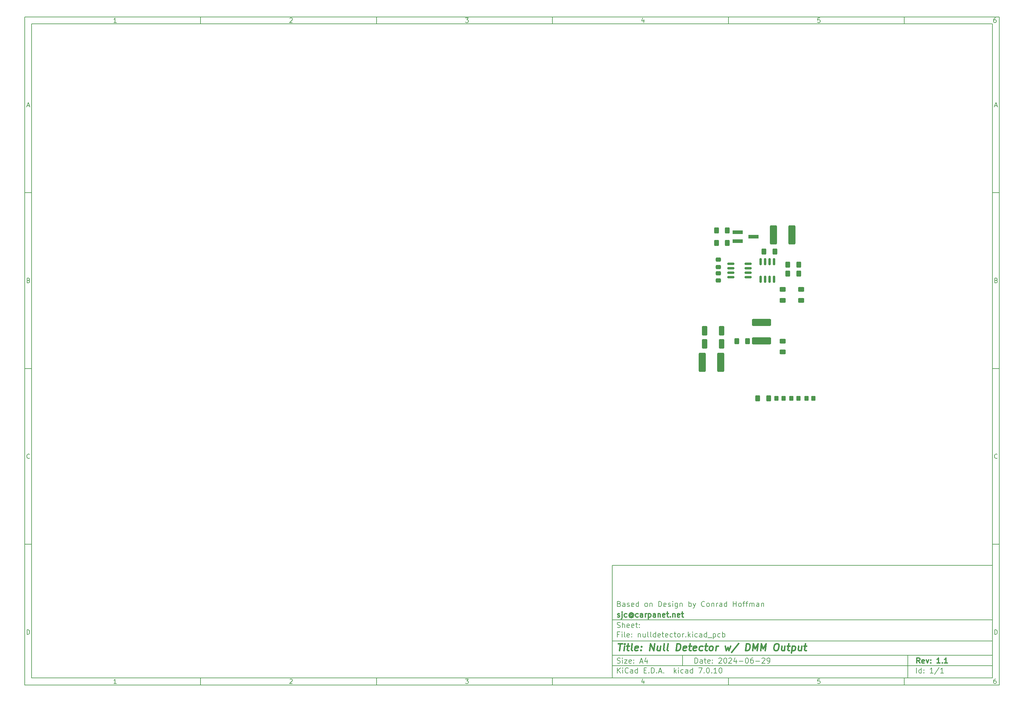
<source format=gbr>
%TF.GenerationSoftware,KiCad,Pcbnew,7.0.10*%
%TF.CreationDate,2024-07-02T22:36:04-04:00*%
%TF.ProjectId,nulldetector,6e756c6c-6465-4746-9563-746f722e6b69,1.1*%
%TF.SameCoordinates,Original*%
%TF.FileFunction,Paste,Top*%
%TF.FilePolarity,Positive*%
%FSLAX46Y46*%
G04 Gerber Fmt 4.6, Leading zero omitted, Abs format (unit mm)*
G04 Created by KiCad (PCBNEW 7.0.10) date 2024-07-02 22:36:04*
%MOMM*%
%LPD*%
G01*
G04 APERTURE LIST*
G04 Aperture macros list*
%AMRoundRect*
0 Rectangle with rounded corners*
0 $1 Rounding radius*
0 $2 $3 $4 $5 $6 $7 $8 $9 X,Y pos of 4 corners*
0 Add a 4 corners polygon primitive as box body*
4,1,4,$2,$3,$4,$5,$6,$7,$8,$9,$2,$3,0*
0 Add four circle primitives for the rounded corners*
1,1,$1+$1,$2,$3*
1,1,$1+$1,$4,$5*
1,1,$1+$1,$6,$7*
1,1,$1+$1,$8,$9*
0 Add four rect primitives between the rounded corners*
20,1,$1+$1,$2,$3,$4,$5,0*
20,1,$1+$1,$4,$5,$6,$7,0*
20,1,$1+$1,$6,$7,$8,$9,0*
20,1,$1+$1,$8,$9,$2,$3,0*%
G04 Aperture macros list end*
%ADD10C,0.100000*%
%ADD11C,0.150000*%
%ADD12C,0.300000*%
%ADD13C,0.400000*%
%ADD14RoundRect,0.250000X0.400000X0.625000X-0.400000X0.625000X-0.400000X-0.625000X0.400000X-0.625000X0*%
%ADD15RoundRect,0.250000X0.625000X-0.400000X0.625000X0.400000X-0.625000X0.400000X-0.625000X-0.400000X0*%
%ADD16RoundRect,0.250000X-0.400000X-0.625000X0.400000X-0.625000X0.400000X0.625000X-0.400000X0.625000X0*%
%ADD17RoundRect,0.150000X0.150000X-0.825000X0.150000X0.825000X-0.150000X0.825000X-0.150000X-0.825000X0*%
%ADD18RoundRect,0.249999X0.737501X2.450001X-0.737501X2.450001X-0.737501X-2.450001X0.737501X-2.450001X0*%
%ADD19R,3.000000X1.000000*%
%ADD20RoundRect,0.249999X2.450001X-0.737501X2.450001X0.737501X-2.450001X0.737501X-2.450001X-0.737501X0*%
%ADD21RoundRect,0.250000X-0.350000X-0.450000X0.350000X-0.450000X0.350000X0.450000X-0.350000X0.450000X0*%
%ADD22RoundRect,0.250000X-0.475000X0.337500X-0.475000X-0.337500X0.475000X-0.337500X0.475000X0.337500X0*%
%ADD23RoundRect,0.150000X0.825000X0.150000X-0.825000X0.150000X-0.825000X-0.150000X0.825000X-0.150000X0*%
%ADD24RoundRect,0.250000X-0.500000X-1.100000X0.500000X-1.100000X0.500000X1.100000X-0.500000X1.100000X0*%
%ADD25RoundRect,0.250000X0.500000X1.100000X-0.500000X1.100000X-0.500000X-1.100000X0.500000X-1.100000X0*%
G04 APERTURE END LIST*
D10*
D11*
X177002200Y-166007200D02*
X285002200Y-166007200D01*
X285002200Y-198007200D01*
X177002200Y-198007200D01*
X177002200Y-166007200D01*
D10*
D11*
X10000000Y-10000000D02*
X287002200Y-10000000D01*
X287002200Y-200007200D01*
X10000000Y-200007200D01*
X10000000Y-10000000D01*
D10*
D11*
X12000000Y-12000000D02*
X285002200Y-12000000D01*
X285002200Y-198007200D01*
X12000000Y-198007200D01*
X12000000Y-12000000D01*
D10*
D11*
X60000000Y-12000000D02*
X60000000Y-10000000D01*
D10*
D11*
X110000000Y-12000000D02*
X110000000Y-10000000D01*
D10*
D11*
X160000000Y-12000000D02*
X160000000Y-10000000D01*
D10*
D11*
X210000000Y-12000000D02*
X210000000Y-10000000D01*
D10*
D11*
X260000000Y-12000000D02*
X260000000Y-10000000D01*
D10*
D11*
X36089160Y-11593604D02*
X35346303Y-11593604D01*
X35717731Y-11593604D02*
X35717731Y-10293604D01*
X35717731Y-10293604D02*
X35593922Y-10479319D01*
X35593922Y-10479319D02*
X35470112Y-10603128D01*
X35470112Y-10603128D02*
X35346303Y-10665033D01*
D10*
D11*
X85346303Y-10417414D02*
X85408207Y-10355509D01*
X85408207Y-10355509D02*
X85532017Y-10293604D01*
X85532017Y-10293604D02*
X85841541Y-10293604D01*
X85841541Y-10293604D02*
X85965350Y-10355509D01*
X85965350Y-10355509D02*
X86027255Y-10417414D01*
X86027255Y-10417414D02*
X86089160Y-10541223D01*
X86089160Y-10541223D02*
X86089160Y-10665033D01*
X86089160Y-10665033D02*
X86027255Y-10850747D01*
X86027255Y-10850747D02*
X85284398Y-11593604D01*
X85284398Y-11593604D02*
X86089160Y-11593604D01*
D10*
D11*
X135284398Y-10293604D02*
X136089160Y-10293604D01*
X136089160Y-10293604D02*
X135655826Y-10788842D01*
X135655826Y-10788842D02*
X135841541Y-10788842D01*
X135841541Y-10788842D02*
X135965350Y-10850747D01*
X135965350Y-10850747D02*
X136027255Y-10912652D01*
X136027255Y-10912652D02*
X136089160Y-11036461D01*
X136089160Y-11036461D02*
X136089160Y-11345985D01*
X136089160Y-11345985D02*
X136027255Y-11469795D01*
X136027255Y-11469795D02*
X135965350Y-11531700D01*
X135965350Y-11531700D02*
X135841541Y-11593604D01*
X135841541Y-11593604D02*
X135470112Y-11593604D01*
X135470112Y-11593604D02*
X135346303Y-11531700D01*
X135346303Y-11531700D02*
X135284398Y-11469795D01*
D10*
D11*
X185965350Y-10726938D02*
X185965350Y-11593604D01*
X185655826Y-10231700D02*
X185346303Y-11160271D01*
X185346303Y-11160271D02*
X186151064Y-11160271D01*
D10*
D11*
X236027255Y-10293604D02*
X235408207Y-10293604D01*
X235408207Y-10293604D02*
X235346303Y-10912652D01*
X235346303Y-10912652D02*
X235408207Y-10850747D01*
X235408207Y-10850747D02*
X235532017Y-10788842D01*
X235532017Y-10788842D02*
X235841541Y-10788842D01*
X235841541Y-10788842D02*
X235965350Y-10850747D01*
X235965350Y-10850747D02*
X236027255Y-10912652D01*
X236027255Y-10912652D02*
X236089160Y-11036461D01*
X236089160Y-11036461D02*
X236089160Y-11345985D01*
X236089160Y-11345985D02*
X236027255Y-11469795D01*
X236027255Y-11469795D02*
X235965350Y-11531700D01*
X235965350Y-11531700D02*
X235841541Y-11593604D01*
X235841541Y-11593604D02*
X235532017Y-11593604D01*
X235532017Y-11593604D02*
X235408207Y-11531700D01*
X235408207Y-11531700D02*
X235346303Y-11469795D01*
D10*
D11*
X285965350Y-10293604D02*
X285717731Y-10293604D01*
X285717731Y-10293604D02*
X285593922Y-10355509D01*
X285593922Y-10355509D02*
X285532017Y-10417414D01*
X285532017Y-10417414D02*
X285408207Y-10603128D01*
X285408207Y-10603128D02*
X285346303Y-10850747D01*
X285346303Y-10850747D02*
X285346303Y-11345985D01*
X285346303Y-11345985D02*
X285408207Y-11469795D01*
X285408207Y-11469795D02*
X285470112Y-11531700D01*
X285470112Y-11531700D02*
X285593922Y-11593604D01*
X285593922Y-11593604D02*
X285841541Y-11593604D01*
X285841541Y-11593604D02*
X285965350Y-11531700D01*
X285965350Y-11531700D02*
X286027255Y-11469795D01*
X286027255Y-11469795D02*
X286089160Y-11345985D01*
X286089160Y-11345985D02*
X286089160Y-11036461D01*
X286089160Y-11036461D02*
X286027255Y-10912652D01*
X286027255Y-10912652D02*
X285965350Y-10850747D01*
X285965350Y-10850747D02*
X285841541Y-10788842D01*
X285841541Y-10788842D02*
X285593922Y-10788842D01*
X285593922Y-10788842D02*
X285470112Y-10850747D01*
X285470112Y-10850747D02*
X285408207Y-10912652D01*
X285408207Y-10912652D02*
X285346303Y-11036461D01*
D10*
D11*
X60000000Y-198007200D02*
X60000000Y-200007200D01*
D10*
D11*
X110000000Y-198007200D02*
X110000000Y-200007200D01*
D10*
D11*
X160000000Y-198007200D02*
X160000000Y-200007200D01*
D10*
D11*
X210000000Y-198007200D02*
X210000000Y-200007200D01*
D10*
D11*
X260000000Y-198007200D02*
X260000000Y-200007200D01*
D10*
D11*
X36089160Y-199600804D02*
X35346303Y-199600804D01*
X35717731Y-199600804D02*
X35717731Y-198300804D01*
X35717731Y-198300804D02*
X35593922Y-198486519D01*
X35593922Y-198486519D02*
X35470112Y-198610328D01*
X35470112Y-198610328D02*
X35346303Y-198672233D01*
D10*
D11*
X85346303Y-198424614D02*
X85408207Y-198362709D01*
X85408207Y-198362709D02*
X85532017Y-198300804D01*
X85532017Y-198300804D02*
X85841541Y-198300804D01*
X85841541Y-198300804D02*
X85965350Y-198362709D01*
X85965350Y-198362709D02*
X86027255Y-198424614D01*
X86027255Y-198424614D02*
X86089160Y-198548423D01*
X86089160Y-198548423D02*
X86089160Y-198672233D01*
X86089160Y-198672233D02*
X86027255Y-198857947D01*
X86027255Y-198857947D02*
X85284398Y-199600804D01*
X85284398Y-199600804D02*
X86089160Y-199600804D01*
D10*
D11*
X135284398Y-198300804D02*
X136089160Y-198300804D01*
X136089160Y-198300804D02*
X135655826Y-198796042D01*
X135655826Y-198796042D02*
X135841541Y-198796042D01*
X135841541Y-198796042D02*
X135965350Y-198857947D01*
X135965350Y-198857947D02*
X136027255Y-198919852D01*
X136027255Y-198919852D02*
X136089160Y-199043661D01*
X136089160Y-199043661D02*
X136089160Y-199353185D01*
X136089160Y-199353185D02*
X136027255Y-199476995D01*
X136027255Y-199476995D02*
X135965350Y-199538900D01*
X135965350Y-199538900D02*
X135841541Y-199600804D01*
X135841541Y-199600804D02*
X135470112Y-199600804D01*
X135470112Y-199600804D02*
X135346303Y-199538900D01*
X135346303Y-199538900D02*
X135284398Y-199476995D01*
D10*
D11*
X185965350Y-198734138D02*
X185965350Y-199600804D01*
X185655826Y-198238900D02*
X185346303Y-199167471D01*
X185346303Y-199167471D02*
X186151064Y-199167471D01*
D10*
D11*
X236027255Y-198300804D02*
X235408207Y-198300804D01*
X235408207Y-198300804D02*
X235346303Y-198919852D01*
X235346303Y-198919852D02*
X235408207Y-198857947D01*
X235408207Y-198857947D02*
X235532017Y-198796042D01*
X235532017Y-198796042D02*
X235841541Y-198796042D01*
X235841541Y-198796042D02*
X235965350Y-198857947D01*
X235965350Y-198857947D02*
X236027255Y-198919852D01*
X236027255Y-198919852D02*
X236089160Y-199043661D01*
X236089160Y-199043661D02*
X236089160Y-199353185D01*
X236089160Y-199353185D02*
X236027255Y-199476995D01*
X236027255Y-199476995D02*
X235965350Y-199538900D01*
X235965350Y-199538900D02*
X235841541Y-199600804D01*
X235841541Y-199600804D02*
X235532017Y-199600804D01*
X235532017Y-199600804D02*
X235408207Y-199538900D01*
X235408207Y-199538900D02*
X235346303Y-199476995D01*
D10*
D11*
X285965350Y-198300804D02*
X285717731Y-198300804D01*
X285717731Y-198300804D02*
X285593922Y-198362709D01*
X285593922Y-198362709D02*
X285532017Y-198424614D01*
X285532017Y-198424614D02*
X285408207Y-198610328D01*
X285408207Y-198610328D02*
X285346303Y-198857947D01*
X285346303Y-198857947D02*
X285346303Y-199353185D01*
X285346303Y-199353185D02*
X285408207Y-199476995D01*
X285408207Y-199476995D02*
X285470112Y-199538900D01*
X285470112Y-199538900D02*
X285593922Y-199600804D01*
X285593922Y-199600804D02*
X285841541Y-199600804D01*
X285841541Y-199600804D02*
X285965350Y-199538900D01*
X285965350Y-199538900D02*
X286027255Y-199476995D01*
X286027255Y-199476995D02*
X286089160Y-199353185D01*
X286089160Y-199353185D02*
X286089160Y-199043661D01*
X286089160Y-199043661D02*
X286027255Y-198919852D01*
X286027255Y-198919852D02*
X285965350Y-198857947D01*
X285965350Y-198857947D02*
X285841541Y-198796042D01*
X285841541Y-198796042D02*
X285593922Y-198796042D01*
X285593922Y-198796042D02*
X285470112Y-198857947D01*
X285470112Y-198857947D02*
X285408207Y-198919852D01*
X285408207Y-198919852D02*
X285346303Y-199043661D01*
D10*
D11*
X10000000Y-60000000D02*
X12000000Y-60000000D01*
D10*
D11*
X10000000Y-110000000D02*
X12000000Y-110000000D01*
D10*
D11*
X10000000Y-160000000D02*
X12000000Y-160000000D01*
D10*
D11*
X10690476Y-35222176D02*
X11309523Y-35222176D01*
X10566666Y-35593604D02*
X10999999Y-34293604D01*
X10999999Y-34293604D02*
X11433333Y-35593604D01*
D10*
D11*
X11092857Y-84912652D02*
X11278571Y-84974557D01*
X11278571Y-84974557D02*
X11340476Y-85036461D01*
X11340476Y-85036461D02*
X11402380Y-85160271D01*
X11402380Y-85160271D02*
X11402380Y-85345985D01*
X11402380Y-85345985D02*
X11340476Y-85469795D01*
X11340476Y-85469795D02*
X11278571Y-85531700D01*
X11278571Y-85531700D02*
X11154761Y-85593604D01*
X11154761Y-85593604D02*
X10659523Y-85593604D01*
X10659523Y-85593604D02*
X10659523Y-84293604D01*
X10659523Y-84293604D02*
X11092857Y-84293604D01*
X11092857Y-84293604D02*
X11216666Y-84355509D01*
X11216666Y-84355509D02*
X11278571Y-84417414D01*
X11278571Y-84417414D02*
X11340476Y-84541223D01*
X11340476Y-84541223D02*
X11340476Y-84665033D01*
X11340476Y-84665033D02*
X11278571Y-84788842D01*
X11278571Y-84788842D02*
X11216666Y-84850747D01*
X11216666Y-84850747D02*
X11092857Y-84912652D01*
X11092857Y-84912652D02*
X10659523Y-84912652D01*
D10*
D11*
X11402380Y-135469795D02*
X11340476Y-135531700D01*
X11340476Y-135531700D02*
X11154761Y-135593604D01*
X11154761Y-135593604D02*
X11030952Y-135593604D01*
X11030952Y-135593604D02*
X10845238Y-135531700D01*
X10845238Y-135531700D02*
X10721428Y-135407890D01*
X10721428Y-135407890D02*
X10659523Y-135284080D01*
X10659523Y-135284080D02*
X10597619Y-135036461D01*
X10597619Y-135036461D02*
X10597619Y-134850747D01*
X10597619Y-134850747D02*
X10659523Y-134603128D01*
X10659523Y-134603128D02*
X10721428Y-134479319D01*
X10721428Y-134479319D02*
X10845238Y-134355509D01*
X10845238Y-134355509D02*
X11030952Y-134293604D01*
X11030952Y-134293604D02*
X11154761Y-134293604D01*
X11154761Y-134293604D02*
X11340476Y-134355509D01*
X11340476Y-134355509D02*
X11402380Y-134417414D01*
D10*
D11*
X10659523Y-185593604D02*
X10659523Y-184293604D01*
X10659523Y-184293604D02*
X10969047Y-184293604D01*
X10969047Y-184293604D02*
X11154761Y-184355509D01*
X11154761Y-184355509D02*
X11278571Y-184479319D01*
X11278571Y-184479319D02*
X11340476Y-184603128D01*
X11340476Y-184603128D02*
X11402380Y-184850747D01*
X11402380Y-184850747D02*
X11402380Y-185036461D01*
X11402380Y-185036461D02*
X11340476Y-185284080D01*
X11340476Y-185284080D02*
X11278571Y-185407890D01*
X11278571Y-185407890D02*
X11154761Y-185531700D01*
X11154761Y-185531700D02*
X10969047Y-185593604D01*
X10969047Y-185593604D02*
X10659523Y-185593604D01*
D10*
D11*
X287002200Y-60000000D02*
X285002200Y-60000000D01*
D10*
D11*
X287002200Y-110000000D02*
X285002200Y-110000000D01*
D10*
D11*
X287002200Y-160000000D02*
X285002200Y-160000000D01*
D10*
D11*
X285692676Y-35222176D02*
X286311723Y-35222176D01*
X285568866Y-35593604D02*
X286002199Y-34293604D01*
X286002199Y-34293604D02*
X286435533Y-35593604D01*
D10*
D11*
X286095057Y-84912652D02*
X286280771Y-84974557D01*
X286280771Y-84974557D02*
X286342676Y-85036461D01*
X286342676Y-85036461D02*
X286404580Y-85160271D01*
X286404580Y-85160271D02*
X286404580Y-85345985D01*
X286404580Y-85345985D02*
X286342676Y-85469795D01*
X286342676Y-85469795D02*
X286280771Y-85531700D01*
X286280771Y-85531700D02*
X286156961Y-85593604D01*
X286156961Y-85593604D02*
X285661723Y-85593604D01*
X285661723Y-85593604D02*
X285661723Y-84293604D01*
X285661723Y-84293604D02*
X286095057Y-84293604D01*
X286095057Y-84293604D02*
X286218866Y-84355509D01*
X286218866Y-84355509D02*
X286280771Y-84417414D01*
X286280771Y-84417414D02*
X286342676Y-84541223D01*
X286342676Y-84541223D02*
X286342676Y-84665033D01*
X286342676Y-84665033D02*
X286280771Y-84788842D01*
X286280771Y-84788842D02*
X286218866Y-84850747D01*
X286218866Y-84850747D02*
X286095057Y-84912652D01*
X286095057Y-84912652D02*
X285661723Y-84912652D01*
D10*
D11*
X286404580Y-135469795D02*
X286342676Y-135531700D01*
X286342676Y-135531700D02*
X286156961Y-135593604D01*
X286156961Y-135593604D02*
X286033152Y-135593604D01*
X286033152Y-135593604D02*
X285847438Y-135531700D01*
X285847438Y-135531700D02*
X285723628Y-135407890D01*
X285723628Y-135407890D02*
X285661723Y-135284080D01*
X285661723Y-135284080D02*
X285599819Y-135036461D01*
X285599819Y-135036461D02*
X285599819Y-134850747D01*
X285599819Y-134850747D02*
X285661723Y-134603128D01*
X285661723Y-134603128D02*
X285723628Y-134479319D01*
X285723628Y-134479319D02*
X285847438Y-134355509D01*
X285847438Y-134355509D02*
X286033152Y-134293604D01*
X286033152Y-134293604D02*
X286156961Y-134293604D01*
X286156961Y-134293604D02*
X286342676Y-134355509D01*
X286342676Y-134355509D02*
X286404580Y-134417414D01*
D10*
D11*
X285661723Y-185593604D02*
X285661723Y-184293604D01*
X285661723Y-184293604D02*
X285971247Y-184293604D01*
X285971247Y-184293604D02*
X286156961Y-184355509D01*
X286156961Y-184355509D02*
X286280771Y-184479319D01*
X286280771Y-184479319D02*
X286342676Y-184603128D01*
X286342676Y-184603128D02*
X286404580Y-184850747D01*
X286404580Y-184850747D02*
X286404580Y-185036461D01*
X286404580Y-185036461D02*
X286342676Y-185284080D01*
X286342676Y-185284080D02*
X286280771Y-185407890D01*
X286280771Y-185407890D02*
X286156961Y-185531700D01*
X286156961Y-185531700D02*
X285971247Y-185593604D01*
X285971247Y-185593604D02*
X285661723Y-185593604D01*
D10*
D11*
X200458026Y-193793328D02*
X200458026Y-192293328D01*
X200458026Y-192293328D02*
X200815169Y-192293328D01*
X200815169Y-192293328D02*
X201029455Y-192364757D01*
X201029455Y-192364757D02*
X201172312Y-192507614D01*
X201172312Y-192507614D02*
X201243741Y-192650471D01*
X201243741Y-192650471D02*
X201315169Y-192936185D01*
X201315169Y-192936185D02*
X201315169Y-193150471D01*
X201315169Y-193150471D02*
X201243741Y-193436185D01*
X201243741Y-193436185D02*
X201172312Y-193579042D01*
X201172312Y-193579042D02*
X201029455Y-193721900D01*
X201029455Y-193721900D02*
X200815169Y-193793328D01*
X200815169Y-193793328D02*
X200458026Y-193793328D01*
X202600884Y-193793328D02*
X202600884Y-193007614D01*
X202600884Y-193007614D02*
X202529455Y-192864757D01*
X202529455Y-192864757D02*
X202386598Y-192793328D01*
X202386598Y-192793328D02*
X202100884Y-192793328D01*
X202100884Y-192793328D02*
X201958026Y-192864757D01*
X202600884Y-193721900D02*
X202458026Y-193793328D01*
X202458026Y-193793328D02*
X202100884Y-193793328D01*
X202100884Y-193793328D02*
X201958026Y-193721900D01*
X201958026Y-193721900D02*
X201886598Y-193579042D01*
X201886598Y-193579042D02*
X201886598Y-193436185D01*
X201886598Y-193436185D02*
X201958026Y-193293328D01*
X201958026Y-193293328D02*
X202100884Y-193221900D01*
X202100884Y-193221900D02*
X202458026Y-193221900D01*
X202458026Y-193221900D02*
X202600884Y-193150471D01*
X203100884Y-192793328D02*
X203672312Y-192793328D01*
X203315169Y-192293328D02*
X203315169Y-193579042D01*
X203315169Y-193579042D02*
X203386598Y-193721900D01*
X203386598Y-193721900D02*
X203529455Y-193793328D01*
X203529455Y-193793328D02*
X203672312Y-193793328D01*
X204743741Y-193721900D02*
X204600884Y-193793328D01*
X204600884Y-193793328D02*
X204315170Y-193793328D01*
X204315170Y-193793328D02*
X204172312Y-193721900D01*
X204172312Y-193721900D02*
X204100884Y-193579042D01*
X204100884Y-193579042D02*
X204100884Y-193007614D01*
X204100884Y-193007614D02*
X204172312Y-192864757D01*
X204172312Y-192864757D02*
X204315170Y-192793328D01*
X204315170Y-192793328D02*
X204600884Y-192793328D01*
X204600884Y-192793328D02*
X204743741Y-192864757D01*
X204743741Y-192864757D02*
X204815170Y-193007614D01*
X204815170Y-193007614D02*
X204815170Y-193150471D01*
X204815170Y-193150471D02*
X204100884Y-193293328D01*
X205458026Y-193650471D02*
X205529455Y-193721900D01*
X205529455Y-193721900D02*
X205458026Y-193793328D01*
X205458026Y-193793328D02*
X205386598Y-193721900D01*
X205386598Y-193721900D02*
X205458026Y-193650471D01*
X205458026Y-193650471D02*
X205458026Y-193793328D01*
X205458026Y-192864757D02*
X205529455Y-192936185D01*
X205529455Y-192936185D02*
X205458026Y-193007614D01*
X205458026Y-193007614D02*
X205386598Y-192936185D01*
X205386598Y-192936185D02*
X205458026Y-192864757D01*
X205458026Y-192864757D02*
X205458026Y-193007614D01*
X207243741Y-192436185D02*
X207315169Y-192364757D01*
X207315169Y-192364757D02*
X207458027Y-192293328D01*
X207458027Y-192293328D02*
X207815169Y-192293328D01*
X207815169Y-192293328D02*
X207958027Y-192364757D01*
X207958027Y-192364757D02*
X208029455Y-192436185D01*
X208029455Y-192436185D02*
X208100884Y-192579042D01*
X208100884Y-192579042D02*
X208100884Y-192721900D01*
X208100884Y-192721900D02*
X208029455Y-192936185D01*
X208029455Y-192936185D02*
X207172312Y-193793328D01*
X207172312Y-193793328D02*
X208100884Y-193793328D01*
X209029455Y-192293328D02*
X209172312Y-192293328D01*
X209172312Y-192293328D02*
X209315169Y-192364757D01*
X209315169Y-192364757D02*
X209386598Y-192436185D01*
X209386598Y-192436185D02*
X209458026Y-192579042D01*
X209458026Y-192579042D02*
X209529455Y-192864757D01*
X209529455Y-192864757D02*
X209529455Y-193221900D01*
X209529455Y-193221900D02*
X209458026Y-193507614D01*
X209458026Y-193507614D02*
X209386598Y-193650471D01*
X209386598Y-193650471D02*
X209315169Y-193721900D01*
X209315169Y-193721900D02*
X209172312Y-193793328D01*
X209172312Y-193793328D02*
X209029455Y-193793328D01*
X209029455Y-193793328D02*
X208886598Y-193721900D01*
X208886598Y-193721900D02*
X208815169Y-193650471D01*
X208815169Y-193650471D02*
X208743740Y-193507614D01*
X208743740Y-193507614D02*
X208672312Y-193221900D01*
X208672312Y-193221900D02*
X208672312Y-192864757D01*
X208672312Y-192864757D02*
X208743740Y-192579042D01*
X208743740Y-192579042D02*
X208815169Y-192436185D01*
X208815169Y-192436185D02*
X208886598Y-192364757D01*
X208886598Y-192364757D02*
X209029455Y-192293328D01*
X210100883Y-192436185D02*
X210172311Y-192364757D01*
X210172311Y-192364757D02*
X210315169Y-192293328D01*
X210315169Y-192293328D02*
X210672311Y-192293328D01*
X210672311Y-192293328D02*
X210815169Y-192364757D01*
X210815169Y-192364757D02*
X210886597Y-192436185D01*
X210886597Y-192436185D02*
X210958026Y-192579042D01*
X210958026Y-192579042D02*
X210958026Y-192721900D01*
X210958026Y-192721900D02*
X210886597Y-192936185D01*
X210886597Y-192936185D02*
X210029454Y-193793328D01*
X210029454Y-193793328D02*
X210958026Y-193793328D01*
X212243740Y-192793328D02*
X212243740Y-193793328D01*
X211886597Y-192221900D02*
X211529454Y-193293328D01*
X211529454Y-193293328D02*
X212458025Y-193293328D01*
X213029453Y-193221900D02*
X214172311Y-193221900D01*
X215172311Y-192293328D02*
X215315168Y-192293328D01*
X215315168Y-192293328D02*
X215458025Y-192364757D01*
X215458025Y-192364757D02*
X215529454Y-192436185D01*
X215529454Y-192436185D02*
X215600882Y-192579042D01*
X215600882Y-192579042D02*
X215672311Y-192864757D01*
X215672311Y-192864757D02*
X215672311Y-193221900D01*
X215672311Y-193221900D02*
X215600882Y-193507614D01*
X215600882Y-193507614D02*
X215529454Y-193650471D01*
X215529454Y-193650471D02*
X215458025Y-193721900D01*
X215458025Y-193721900D02*
X215315168Y-193793328D01*
X215315168Y-193793328D02*
X215172311Y-193793328D01*
X215172311Y-193793328D02*
X215029454Y-193721900D01*
X215029454Y-193721900D02*
X214958025Y-193650471D01*
X214958025Y-193650471D02*
X214886596Y-193507614D01*
X214886596Y-193507614D02*
X214815168Y-193221900D01*
X214815168Y-193221900D02*
X214815168Y-192864757D01*
X214815168Y-192864757D02*
X214886596Y-192579042D01*
X214886596Y-192579042D02*
X214958025Y-192436185D01*
X214958025Y-192436185D02*
X215029454Y-192364757D01*
X215029454Y-192364757D02*
X215172311Y-192293328D01*
X216958025Y-192293328D02*
X216672310Y-192293328D01*
X216672310Y-192293328D02*
X216529453Y-192364757D01*
X216529453Y-192364757D02*
X216458025Y-192436185D01*
X216458025Y-192436185D02*
X216315167Y-192650471D01*
X216315167Y-192650471D02*
X216243739Y-192936185D01*
X216243739Y-192936185D02*
X216243739Y-193507614D01*
X216243739Y-193507614D02*
X216315167Y-193650471D01*
X216315167Y-193650471D02*
X216386596Y-193721900D01*
X216386596Y-193721900D02*
X216529453Y-193793328D01*
X216529453Y-193793328D02*
X216815167Y-193793328D01*
X216815167Y-193793328D02*
X216958025Y-193721900D01*
X216958025Y-193721900D02*
X217029453Y-193650471D01*
X217029453Y-193650471D02*
X217100882Y-193507614D01*
X217100882Y-193507614D02*
X217100882Y-193150471D01*
X217100882Y-193150471D02*
X217029453Y-193007614D01*
X217029453Y-193007614D02*
X216958025Y-192936185D01*
X216958025Y-192936185D02*
X216815167Y-192864757D01*
X216815167Y-192864757D02*
X216529453Y-192864757D01*
X216529453Y-192864757D02*
X216386596Y-192936185D01*
X216386596Y-192936185D02*
X216315167Y-193007614D01*
X216315167Y-193007614D02*
X216243739Y-193150471D01*
X217743738Y-193221900D02*
X218886596Y-193221900D01*
X219529453Y-192436185D02*
X219600881Y-192364757D01*
X219600881Y-192364757D02*
X219743739Y-192293328D01*
X219743739Y-192293328D02*
X220100881Y-192293328D01*
X220100881Y-192293328D02*
X220243739Y-192364757D01*
X220243739Y-192364757D02*
X220315167Y-192436185D01*
X220315167Y-192436185D02*
X220386596Y-192579042D01*
X220386596Y-192579042D02*
X220386596Y-192721900D01*
X220386596Y-192721900D02*
X220315167Y-192936185D01*
X220315167Y-192936185D02*
X219458024Y-193793328D01*
X219458024Y-193793328D02*
X220386596Y-193793328D01*
X221100881Y-193793328D02*
X221386595Y-193793328D01*
X221386595Y-193793328D02*
X221529452Y-193721900D01*
X221529452Y-193721900D02*
X221600881Y-193650471D01*
X221600881Y-193650471D02*
X221743738Y-193436185D01*
X221743738Y-193436185D02*
X221815167Y-193150471D01*
X221815167Y-193150471D02*
X221815167Y-192579042D01*
X221815167Y-192579042D02*
X221743738Y-192436185D01*
X221743738Y-192436185D02*
X221672310Y-192364757D01*
X221672310Y-192364757D02*
X221529452Y-192293328D01*
X221529452Y-192293328D02*
X221243738Y-192293328D01*
X221243738Y-192293328D02*
X221100881Y-192364757D01*
X221100881Y-192364757D02*
X221029452Y-192436185D01*
X221029452Y-192436185D02*
X220958024Y-192579042D01*
X220958024Y-192579042D02*
X220958024Y-192936185D01*
X220958024Y-192936185D02*
X221029452Y-193079042D01*
X221029452Y-193079042D02*
X221100881Y-193150471D01*
X221100881Y-193150471D02*
X221243738Y-193221900D01*
X221243738Y-193221900D02*
X221529452Y-193221900D01*
X221529452Y-193221900D02*
X221672310Y-193150471D01*
X221672310Y-193150471D02*
X221743738Y-193079042D01*
X221743738Y-193079042D02*
X221815167Y-192936185D01*
D10*
D11*
X177002200Y-194507200D02*
X285002200Y-194507200D01*
D10*
D11*
X178458026Y-196593328D02*
X178458026Y-195093328D01*
X179315169Y-196593328D02*
X178672312Y-195736185D01*
X179315169Y-195093328D02*
X178458026Y-195950471D01*
X179958026Y-196593328D02*
X179958026Y-195593328D01*
X179958026Y-195093328D02*
X179886598Y-195164757D01*
X179886598Y-195164757D02*
X179958026Y-195236185D01*
X179958026Y-195236185D02*
X180029455Y-195164757D01*
X180029455Y-195164757D02*
X179958026Y-195093328D01*
X179958026Y-195093328D02*
X179958026Y-195236185D01*
X181529455Y-196450471D02*
X181458027Y-196521900D01*
X181458027Y-196521900D02*
X181243741Y-196593328D01*
X181243741Y-196593328D02*
X181100884Y-196593328D01*
X181100884Y-196593328D02*
X180886598Y-196521900D01*
X180886598Y-196521900D02*
X180743741Y-196379042D01*
X180743741Y-196379042D02*
X180672312Y-196236185D01*
X180672312Y-196236185D02*
X180600884Y-195950471D01*
X180600884Y-195950471D02*
X180600884Y-195736185D01*
X180600884Y-195736185D02*
X180672312Y-195450471D01*
X180672312Y-195450471D02*
X180743741Y-195307614D01*
X180743741Y-195307614D02*
X180886598Y-195164757D01*
X180886598Y-195164757D02*
X181100884Y-195093328D01*
X181100884Y-195093328D02*
X181243741Y-195093328D01*
X181243741Y-195093328D02*
X181458027Y-195164757D01*
X181458027Y-195164757D02*
X181529455Y-195236185D01*
X182815170Y-196593328D02*
X182815170Y-195807614D01*
X182815170Y-195807614D02*
X182743741Y-195664757D01*
X182743741Y-195664757D02*
X182600884Y-195593328D01*
X182600884Y-195593328D02*
X182315170Y-195593328D01*
X182315170Y-195593328D02*
X182172312Y-195664757D01*
X182815170Y-196521900D02*
X182672312Y-196593328D01*
X182672312Y-196593328D02*
X182315170Y-196593328D01*
X182315170Y-196593328D02*
X182172312Y-196521900D01*
X182172312Y-196521900D02*
X182100884Y-196379042D01*
X182100884Y-196379042D02*
X182100884Y-196236185D01*
X182100884Y-196236185D02*
X182172312Y-196093328D01*
X182172312Y-196093328D02*
X182315170Y-196021900D01*
X182315170Y-196021900D02*
X182672312Y-196021900D01*
X182672312Y-196021900D02*
X182815170Y-195950471D01*
X184172313Y-196593328D02*
X184172313Y-195093328D01*
X184172313Y-196521900D02*
X184029455Y-196593328D01*
X184029455Y-196593328D02*
X183743741Y-196593328D01*
X183743741Y-196593328D02*
X183600884Y-196521900D01*
X183600884Y-196521900D02*
X183529455Y-196450471D01*
X183529455Y-196450471D02*
X183458027Y-196307614D01*
X183458027Y-196307614D02*
X183458027Y-195879042D01*
X183458027Y-195879042D02*
X183529455Y-195736185D01*
X183529455Y-195736185D02*
X183600884Y-195664757D01*
X183600884Y-195664757D02*
X183743741Y-195593328D01*
X183743741Y-195593328D02*
X184029455Y-195593328D01*
X184029455Y-195593328D02*
X184172313Y-195664757D01*
X186029455Y-195807614D02*
X186529455Y-195807614D01*
X186743741Y-196593328D02*
X186029455Y-196593328D01*
X186029455Y-196593328D02*
X186029455Y-195093328D01*
X186029455Y-195093328D02*
X186743741Y-195093328D01*
X187386598Y-196450471D02*
X187458027Y-196521900D01*
X187458027Y-196521900D02*
X187386598Y-196593328D01*
X187386598Y-196593328D02*
X187315170Y-196521900D01*
X187315170Y-196521900D02*
X187386598Y-196450471D01*
X187386598Y-196450471D02*
X187386598Y-196593328D01*
X188100884Y-196593328D02*
X188100884Y-195093328D01*
X188100884Y-195093328D02*
X188458027Y-195093328D01*
X188458027Y-195093328D02*
X188672313Y-195164757D01*
X188672313Y-195164757D02*
X188815170Y-195307614D01*
X188815170Y-195307614D02*
X188886599Y-195450471D01*
X188886599Y-195450471D02*
X188958027Y-195736185D01*
X188958027Y-195736185D02*
X188958027Y-195950471D01*
X188958027Y-195950471D02*
X188886599Y-196236185D01*
X188886599Y-196236185D02*
X188815170Y-196379042D01*
X188815170Y-196379042D02*
X188672313Y-196521900D01*
X188672313Y-196521900D02*
X188458027Y-196593328D01*
X188458027Y-196593328D02*
X188100884Y-196593328D01*
X189600884Y-196450471D02*
X189672313Y-196521900D01*
X189672313Y-196521900D02*
X189600884Y-196593328D01*
X189600884Y-196593328D02*
X189529456Y-196521900D01*
X189529456Y-196521900D02*
X189600884Y-196450471D01*
X189600884Y-196450471D02*
X189600884Y-196593328D01*
X190243742Y-196164757D02*
X190958028Y-196164757D01*
X190100885Y-196593328D02*
X190600885Y-195093328D01*
X190600885Y-195093328D02*
X191100885Y-196593328D01*
X191600884Y-196450471D02*
X191672313Y-196521900D01*
X191672313Y-196521900D02*
X191600884Y-196593328D01*
X191600884Y-196593328D02*
X191529456Y-196521900D01*
X191529456Y-196521900D02*
X191600884Y-196450471D01*
X191600884Y-196450471D02*
X191600884Y-196593328D01*
X194600884Y-196593328D02*
X194600884Y-195093328D01*
X194743742Y-196021900D02*
X195172313Y-196593328D01*
X195172313Y-195593328D02*
X194600884Y-196164757D01*
X195815170Y-196593328D02*
X195815170Y-195593328D01*
X195815170Y-195093328D02*
X195743742Y-195164757D01*
X195743742Y-195164757D02*
X195815170Y-195236185D01*
X195815170Y-195236185D02*
X195886599Y-195164757D01*
X195886599Y-195164757D02*
X195815170Y-195093328D01*
X195815170Y-195093328D02*
X195815170Y-195236185D01*
X197172314Y-196521900D02*
X197029456Y-196593328D01*
X197029456Y-196593328D02*
X196743742Y-196593328D01*
X196743742Y-196593328D02*
X196600885Y-196521900D01*
X196600885Y-196521900D02*
X196529456Y-196450471D01*
X196529456Y-196450471D02*
X196458028Y-196307614D01*
X196458028Y-196307614D02*
X196458028Y-195879042D01*
X196458028Y-195879042D02*
X196529456Y-195736185D01*
X196529456Y-195736185D02*
X196600885Y-195664757D01*
X196600885Y-195664757D02*
X196743742Y-195593328D01*
X196743742Y-195593328D02*
X197029456Y-195593328D01*
X197029456Y-195593328D02*
X197172314Y-195664757D01*
X198458028Y-196593328D02*
X198458028Y-195807614D01*
X198458028Y-195807614D02*
X198386599Y-195664757D01*
X198386599Y-195664757D02*
X198243742Y-195593328D01*
X198243742Y-195593328D02*
X197958028Y-195593328D01*
X197958028Y-195593328D02*
X197815170Y-195664757D01*
X198458028Y-196521900D02*
X198315170Y-196593328D01*
X198315170Y-196593328D02*
X197958028Y-196593328D01*
X197958028Y-196593328D02*
X197815170Y-196521900D01*
X197815170Y-196521900D02*
X197743742Y-196379042D01*
X197743742Y-196379042D02*
X197743742Y-196236185D01*
X197743742Y-196236185D02*
X197815170Y-196093328D01*
X197815170Y-196093328D02*
X197958028Y-196021900D01*
X197958028Y-196021900D02*
X198315170Y-196021900D01*
X198315170Y-196021900D02*
X198458028Y-195950471D01*
X199815171Y-196593328D02*
X199815171Y-195093328D01*
X199815171Y-196521900D02*
X199672313Y-196593328D01*
X199672313Y-196593328D02*
X199386599Y-196593328D01*
X199386599Y-196593328D02*
X199243742Y-196521900D01*
X199243742Y-196521900D02*
X199172313Y-196450471D01*
X199172313Y-196450471D02*
X199100885Y-196307614D01*
X199100885Y-196307614D02*
X199100885Y-195879042D01*
X199100885Y-195879042D02*
X199172313Y-195736185D01*
X199172313Y-195736185D02*
X199243742Y-195664757D01*
X199243742Y-195664757D02*
X199386599Y-195593328D01*
X199386599Y-195593328D02*
X199672313Y-195593328D01*
X199672313Y-195593328D02*
X199815171Y-195664757D01*
X201529456Y-195093328D02*
X202529456Y-195093328D01*
X202529456Y-195093328D02*
X201886599Y-196593328D01*
X203100884Y-196450471D02*
X203172313Y-196521900D01*
X203172313Y-196521900D02*
X203100884Y-196593328D01*
X203100884Y-196593328D02*
X203029456Y-196521900D01*
X203029456Y-196521900D02*
X203100884Y-196450471D01*
X203100884Y-196450471D02*
X203100884Y-196593328D01*
X204100885Y-195093328D02*
X204243742Y-195093328D01*
X204243742Y-195093328D02*
X204386599Y-195164757D01*
X204386599Y-195164757D02*
X204458028Y-195236185D01*
X204458028Y-195236185D02*
X204529456Y-195379042D01*
X204529456Y-195379042D02*
X204600885Y-195664757D01*
X204600885Y-195664757D02*
X204600885Y-196021900D01*
X204600885Y-196021900D02*
X204529456Y-196307614D01*
X204529456Y-196307614D02*
X204458028Y-196450471D01*
X204458028Y-196450471D02*
X204386599Y-196521900D01*
X204386599Y-196521900D02*
X204243742Y-196593328D01*
X204243742Y-196593328D02*
X204100885Y-196593328D01*
X204100885Y-196593328D02*
X203958028Y-196521900D01*
X203958028Y-196521900D02*
X203886599Y-196450471D01*
X203886599Y-196450471D02*
X203815170Y-196307614D01*
X203815170Y-196307614D02*
X203743742Y-196021900D01*
X203743742Y-196021900D02*
X203743742Y-195664757D01*
X203743742Y-195664757D02*
X203815170Y-195379042D01*
X203815170Y-195379042D02*
X203886599Y-195236185D01*
X203886599Y-195236185D02*
X203958028Y-195164757D01*
X203958028Y-195164757D02*
X204100885Y-195093328D01*
X205243741Y-196450471D02*
X205315170Y-196521900D01*
X205315170Y-196521900D02*
X205243741Y-196593328D01*
X205243741Y-196593328D02*
X205172313Y-196521900D01*
X205172313Y-196521900D02*
X205243741Y-196450471D01*
X205243741Y-196450471D02*
X205243741Y-196593328D01*
X206743742Y-196593328D02*
X205886599Y-196593328D01*
X206315170Y-196593328D02*
X206315170Y-195093328D01*
X206315170Y-195093328D02*
X206172313Y-195307614D01*
X206172313Y-195307614D02*
X206029456Y-195450471D01*
X206029456Y-195450471D02*
X205886599Y-195521900D01*
X207672313Y-195093328D02*
X207815170Y-195093328D01*
X207815170Y-195093328D02*
X207958027Y-195164757D01*
X207958027Y-195164757D02*
X208029456Y-195236185D01*
X208029456Y-195236185D02*
X208100884Y-195379042D01*
X208100884Y-195379042D02*
X208172313Y-195664757D01*
X208172313Y-195664757D02*
X208172313Y-196021900D01*
X208172313Y-196021900D02*
X208100884Y-196307614D01*
X208100884Y-196307614D02*
X208029456Y-196450471D01*
X208029456Y-196450471D02*
X207958027Y-196521900D01*
X207958027Y-196521900D02*
X207815170Y-196593328D01*
X207815170Y-196593328D02*
X207672313Y-196593328D01*
X207672313Y-196593328D02*
X207529456Y-196521900D01*
X207529456Y-196521900D02*
X207458027Y-196450471D01*
X207458027Y-196450471D02*
X207386598Y-196307614D01*
X207386598Y-196307614D02*
X207315170Y-196021900D01*
X207315170Y-196021900D02*
X207315170Y-195664757D01*
X207315170Y-195664757D02*
X207386598Y-195379042D01*
X207386598Y-195379042D02*
X207458027Y-195236185D01*
X207458027Y-195236185D02*
X207529456Y-195164757D01*
X207529456Y-195164757D02*
X207672313Y-195093328D01*
D10*
D11*
X177002200Y-191507200D02*
X285002200Y-191507200D01*
D10*
D12*
X264413853Y-193785528D02*
X263913853Y-193071242D01*
X263556710Y-193785528D02*
X263556710Y-192285528D01*
X263556710Y-192285528D02*
X264128139Y-192285528D01*
X264128139Y-192285528D02*
X264270996Y-192356957D01*
X264270996Y-192356957D02*
X264342425Y-192428385D01*
X264342425Y-192428385D02*
X264413853Y-192571242D01*
X264413853Y-192571242D02*
X264413853Y-192785528D01*
X264413853Y-192785528D02*
X264342425Y-192928385D01*
X264342425Y-192928385D02*
X264270996Y-192999814D01*
X264270996Y-192999814D02*
X264128139Y-193071242D01*
X264128139Y-193071242D02*
X263556710Y-193071242D01*
X265628139Y-193714100D02*
X265485282Y-193785528D01*
X265485282Y-193785528D02*
X265199568Y-193785528D01*
X265199568Y-193785528D02*
X265056710Y-193714100D01*
X265056710Y-193714100D02*
X264985282Y-193571242D01*
X264985282Y-193571242D02*
X264985282Y-192999814D01*
X264985282Y-192999814D02*
X265056710Y-192856957D01*
X265056710Y-192856957D02*
X265199568Y-192785528D01*
X265199568Y-192785528D02*
X265485282Y-192785528D01*
X265485282Y-192785528D02*
X265628139Y-192856957D01*
X265628139Y-192856957D02*
X265699568Y-192999814D01*
X265699568Y-192999814D02*
X265699568Y-193142671D01*
X265699568Y-193142671D02*
X264985282Y-193285528D01*
X266199567Y-192785528D02*
X266556710Y-193785528D01*
X266556710Y-193785528D02*
X266913853Y-192785528D01*
X267485281Y-193642671D02*
X267556710Y-193714100D01*
X267556710Y-193714100D02*
X267485281Y-193785528D01*
X267485281Y-193785528D02*
X267413853Y-193714100D01*
X267413853Y-193714100D02*
X267485281Y-193642671D01*
X267485281Y-193642671D02*
X267485281Y-193785528D01*
X267485281Y-192856957D02*
X267556710Y-192928385D01*
X267556710Y-192928385D02*
X267485281Y-192999814D01*
X267485281Y-192999814D02*
X267413853Y-192928385D01*
X267413853Y-192928385D02*
X267485281Y-192856957D01*
X267485281Y-192856957D02*
X267485281Y-192999814D01*
X270128139Y-193785528D02*
X269270996Y-193785528D01*
X269699567Y-193785528D02*
X269699567Y-192285528D01*
X269699567Y-192285528D02*
X269556710Y-192499814D01*
X269556710Y-192499814D02*
X269413853Y-192642671D01*
X269413853Y-192642671D02*
X269270996Y-192714100D01*
X270770995Y-193642671D02*
X270842424Y-193714100D01*
X270842424Y-193714100D02*
X270770995Y-193785528D01*
X270770995Y-193785528D02*
X270699567Y-193714100D01*
X270699567Y-193714100D02*
X270770995Y-193642671D01*
X270770995Y-193642671D02*
X270770995Y-193785528D01*
X272270996Y-193785528D02*
X271413853Y-193785528D01*
X271842424Y-193785528D02*
X271842424Y-192285528D01*
X271842424Y-192285528D02*
X271699567Y-192499814D01*
X271699567Y-192499814D02*
X271556710Y-192642671D01*
X271556710Y-192642671D02*
X271413853Y-192714100D01*
D10*
D11*
X178386598Y-193721900D02*
X178600884Y-193793328D01*
X178600884Y-193793328D02*
X178958026Y-193793328D01*
X178958026Y-193793328D02*
X179100884Y-193721900D01*
X179100884Y-193721900D02*
X179172312Y-193650471D01*
X179172312Y-193650471D02*
X179243741Y-193507614D01*
X179243741Y-193507614D02*
X179243741Y-193364757D01*
X179243741Y-193364757D02*
X179172312Y-193221900D01*
X179172312Y-193221900D02*
X179100884Y-193150471D01*
X179100884Y-193150471D02*
X178958026Y-193079042D01*
X178958026Y-193079042D02*
X178672312Y-193007614D01*
X178672312Y-193007614D02*
X178529455Y-192936185D01*
X178529455Y-192936185D02*
X178458026Y-192864757D01*
X178458026Y-192864757D02*
X178386598Y-192721900D01*
X178386598Y-192721900D02*
X178386598Y-192579042D01*
X178386598Y-192579042D02*
X178458026Y-192436185D01*
X178458026Y-192436185D02*
X178529455Y-192364757D01*
X178529455Y-192364757D02*
X178672312Y-192293328D01*
X178672312Y-192293328D02*
X179029455Y-192293328D01*
X179029455Y-192293328D02*
X179243741Y-192364757D01*
X179886597Y-193793328D02*
X179886597Y-192793328D01*
X179886597Y-192293328D02*
X179815169Y-192364757D01*
X179815169Y-192364757D02*
X179886597Y-192436185D01*
X179886597Y-192436185D02*
X179958026Y-192364757D01*
X179958026Y-192364757D02*
X179886597Y-192293328D01*
X179886597Y-192293328D02*
X179886597Y-192436185D01*
X180458026Y-192793328D02*
X181243741Y-192793328D01*
X181243741Y-192793328D02*
X180458026Y-193793328D01*
X180458026Y-193793328D02*
X181243741Y-193793328D01*
X182386598Y-193721900D02*
X182243741Y-193793328D01*
X182243741Y-193793328D02*
X181958027Y-193793328D01*
X181958027Y-193793328D02*
X181815169Y-193721900D01*
X181815169Y-193721900D02*
X181743741Y-193579042D01*
X181743741Y-193579042D02*
X181743741Y-193007614D01*
X181743741Y-193007614D02*
X181815169Y-192864757D01*
X181815169Y-192864757D02*
X181958027Y-192793328D01*
X181958027Y-192793328D02*
X182243741Y-192793328D01*
X182243741Y-192793328D02*
X182386598Y-192864757D01*
X182386598Y-192864757D02*
X182458027Y-193007614D01*
X182458027Y-193007614D02*
X182458027Y-193150471D01*
X182458027Y-193150471D02*
X181743741Y-193293328D01*
X183100883Y-193650471D02*
X183172312Y-193721900D01*
X183172312Y-193721900D02*
X183100883Y-193793328D01*
X183100883Y-193793328D02*
X183029455Y-193721900D01*
X183029455Y-193721900D02*
X183100883Y-193650471D01*
X183100883Y-193650471D02*
X183100883Y-193793328D01*
X183100883Y-192864757D02*
X183172312Y-192936185D01*
X183172312Y-192936185D02*
X183100883Y-193007614D01*
X183100883Y-193007614D02*
X183029455Y-192936185D01*
X183029455Y-192936185D02*
X183100883Y-192864757D01*
X183100883Y-192864757D02*
X183100883Y-193007614D01*
X184886598Y-193364757D02*
X185600884Y-193364757D01*
X184743741Y-193793328D02*
X185243741Y-192293328D01*
X185243741Y-192293328D02*
X185743741Y-193793328D01*
X186886598Y-192793328D02*
X186886598Y-193793328D01*
X186529455Y-192221900D02*
X186172312Y-193293328D01*
X186172312Y-193293328D02*
X187100883Y-193293328D01*
D10*
D11*
X263458026Y-196593328D02*
X263458026Y-195093328D01*
X264815170Y-196593328D02*
X264815170Y-195093328D01*
X264815170Y-196521900D02*
X264672312Y-196593328D01*
X264672312Y-196593328D02*
X264386598Y-196593328D01*
X264386598Y-196593328D02*
X264243741Y-196521900D01*
X264243741Y-196521900D02*
X264172312Y-196450471D01*
X264172312Y-196450471D02*
X264100884Y-196307614D01*
X264100884Y-196307614D02*
X264100884Y-195879042D01*
X264100884Y-195879042D02*
X264172312Y-195736185D01*
X264172312Y-195736185D02*
X264243741Y-195664757D01*
X264243741Y-195664757D02*
X264386598Y-195593328D01*
X264386598Y-195593328D02*
X264672312Y-195593328D01*
X264672312Y-195593328D02*
X264815170Y-195664757D01*
X265529455Y-196450471D02*
X265600884Y-196521900D01*
X265600884Y-196521900D02*
X265529455Y-196593328D01*
X265529455Y-196593328D02*
X265458027Y-196521900D01*
X265458027Y-196521900D02*
X265529455Y-196450471D01*
X265529455Y-196450471D02*
X265529455Y-196593328D01*
X265529455Y-195664757D02*
X265600884Y-195736185D01*
X265600884Y-195736185D02*
X265529455Y-195807614D01*
X265529455Y-195807614D02*
X265458027Y-195736185D01*
X265458027Y-195736185D02*
X265529455Y-195664757D01*
X265529455Y-195664757D02*
X265529455Y-195807614D01*
X268172313Y-196593328D02*
X267315170Y-196593328D01*
X267743741Y-196593328D02*
X267743741Y-195093328D01*
X267743741Y-195093328D02*
X267600884Y-195307614D01*
X267600884Y-195307614D02*
X267458027Y-195450471D01*
X267458027Y-195450471D02*
X267315170Y-195521900D01*
X269886598Y-195021900D02*
X268600884Y-196950471D01*
X271172313Y-196593328D02*
X270315170Y-196593328D01*
X270743741Y-196593328D02*
X270743741Y-195093328D01*
X270743741Y-195093328D02*
X270600884Y-195307614D01*
X270600884Y-195307614D02*
X270458027Y-195450471D01*
X270458027Y-195450471D02*
X270315170Y-195521900D01*
D10*
D11*
X177002200Y-187507200D02*
X285002200Y-187507200D01*
D10*
D13*
X178693928Y-188211638D02*
X179836785Y-188211638D01*
X179015357Y-190211638D02*
X179265357Y-188211638D01*
X180253452Y-190211638D02*
X180420119Y-188878304D01*
X180503452Y-188211638D02*
X180396309Y-188306876D01*
X180396309Y-188306876D02*
X180479643Y-188402114D01*
X180479643Y-188402114D02*
X180586786Y-188306876D01*
X180586786Y-188306876D02*
X180503452Y-188211638D01*
X180503452Y-188211638D02*
X180479643Y-188402114D01*
X181086786Y-188878304D02*
X181848690Y-188878304D01*
X181455833Y-188211638D02*
X181241548Y-189925923D01*
X181241548Y-189925923D02*
X181312976Y-190116400D01*
X181312976Y-190116400D02*
X181491548Y-190211638D01*
X181491548Y-190211638D02*
X181682024Y-190211638D01*
X182634405Y-190211638D02*
X182455833Y-190116400D01*
X182455833Y-190116400D02*
X182384405Y-189925923D01*
X182384405Y-189925923D02*
X182598690Y-188211638D01*
X184170119Y-190116400D02*
X183967738Y-190211638D01*
X183967738Y-190211638D02*
X183586785Y-190211638D01*
X183586785Y-190211638D02*
X183408214Y-190116400D01*
X183408214Y-190116400D02*
X183336785Y-189925923D01*
X183336785Y-189925923D02*
X183432024Y-189164019D01*
X183432024Y-189164019D02*
X183551071Y-188973542D01*
X183551071Y-188973542D02*
X183753452Y-188878304D01*
X183753452Y-188878304D02*
X184134404Y-188878304D01*
X184134404Y-188878304D02*
X184312976Y-188973542D01*
X184312976Y-188973542D02*
X184384404Y-189164019D01*
X184384404Y-189164019D02*
X184360595Y-189354495D01*
X184360595Y-189354495D02*
X183384404Y-189544971D01*
X185134405Y-190021161D02*
X185217738Y-190116400D01*
X185217738Y-190116400D02*
X185110595Y-190211638D01*
X185110595Y-190211638D02*
X185027262Y-190116400D01*
X185027262Y-190116400D02*
X185134405Y-190021161D01*
X185134405Y-190021161D02*
X185110595Y-190211638D01*
X185265357Y-188973542D02*
X185348690Y-189068780D01*
X185348690Y-189068780D02*
X185241548Y-189164019D01*
X185241548Y-189164019D02*
X185158214Y-189068780D01*
X185158214Y-189068780D02*
X185265357Y-188973542D01*
X185265357Y-188973542D02*
X185241548Y-189164019D01*
X187586786Y-190211638D02*
X187836786Y-188211638D01*
X187836786Y-188211638D02*
X188729643Y-190211638D01*
X188729643Y-190211638D02*
X188979643Y-188211638D01*
X190705834Y-188878304D02*
X190539167Y-190211638D01*
X189848691Y-188878304D02*
X189717739Y-189925923D01*
X189717739Y-189925923D02*
X189789167Y-190116400D01*
X189789167Y-190116400D02*
X189967739Y-190211638D01*
X189967739Y-190211638D02*
X190253453Y-190211638D01*
X190253453Y-190211638D02*
X190455834Y-190116400D01*
X190455834Y-190116400D02*
X190562977Y-190021161D01*
X191777263Y-190211638D02*
X191598691Y-190116400D01*
X191598691Y-190116400D02*
X191527263Y-189925923D01*
X191527263Y-189925923D02*
X191741548Y-188211638D01*
X192824882Y-190211638D02*
X192646310Y-190116400D01*
X192646310Y-190116400D02*
X192574882Y-189925923D01*
X192574882Y-189925923D02*
X192789167Y-188211638D01*
X195110596Y-190211638D02*
X195360596Y-188211638D01*
X195360596Y-188211638D02*
X195836787Y-188211638D01*
X195836787Y-188211638D02*
X196110596Y-188306876D01*
X196110596Y-188306876D02*
X196277263Y-188497352D01*
X196277263Y-188497352D02*
X196348691Y-188687828D01*
X196348691Y-188687828D02*
X196396311Y-189068780D01*
X196396311Y-189068780D02*
X196360596Y-189354495D01*
X196360596Y-189354495D02*
X196217739Y-189735447D01*
X196217739Y-189735447D02*
X196098691Y-189925923D01*
X196098691Y-189925923D02*
X195884406Y-190116400D01*
X195884406Y-190116400D02*
X195586787Y-190211638D01*
X195586787Y-190211638D02*
X195110596Y-190211638D01*
X197884406Y-190116400D02*
X197682025Y-190211638D01*
X197682025Y-190211638D02*
X197301072Y-190211638D01*
X197301072Y-190211638D02*
X197122501Y-190116400D01*
X197122501Y-190116400D02*
X197051072Y-189925923D01*
X197051072Y-189925923D02*
X197146311Y-189164019D01*
X197146311Y-189164019D02*
X197265358Y-188973542D01*
X197265358Y-188973542D02*
X197467739Y-188878304D01*
X197467739Y-188878304D02*
X197848691Y-188878304D01*
X197848691Y-188878304D02*
X198027263Y-188973542D01*
X198027263Y-188973542D02*
X198098691Y-189164019D01*
X198098691Y-189164019D02*
X198074882Y-189354495D01*
X198074882Y-189354495D02*
X197098691Y-189544971D01*
X198705835Y-188878304D02*
X199467739Y-188878304D01*
X199074882Y-188211638D02*
X198860597Y-189925923D01*
X198860597Y-189925923D02*
X198932025Y-190116400D01*
X198932025Y-190116400D02*
X199110597Y-190211638D01*
X199110597Y-190211638D02*
X199301073Y-190211638D01*
X200741549Y-190116400D02*
X200539168Y-190211638D01*
X200539168Y-190211638D02*
X200158215Y-190211638D01*
X200158215Y-190211638D02*
X199979644Y-190116400D01*
X199979644Y-190116400D02*
X199908215Y-189925923D01*
X199908215Y-189925923D02*
X200003454Y-189164019D01*
X200003454Y-189164019D02*
X200122501Y-188973542D01*
X200122501Y-188973542D02*
X200324882Y-188878304D01*
X200324882Y-188878304D02*
X200705834Y-188878304D01*
X200705834Y-188878304D02*
X200884406Y-188973542D01*
X200884406Y-188973542D02*
X200955834Y-189164019D01*
X200955834Y-189164019D02*
X200932025Y-189354495D01*
X200932025Y-189354495D02*
X199955834Y-189544971D01*
X202551073Y-190116400D02*
X202348692Y-190211638D01*
X202348692Y-190211638D02*
X201967740Y-190211638D01*
X201967740Y-190211638D02*
X201789168Y-190116400D01*
X201789168Y-190116400D02*
X201705835Y-190021161D01*
X201705835Y-190021161D02*
X201634406Y-189830685D01*
X201634406Y-189830685D02*
X201705835Y-189259257D01*
X201705835Y-189259257D02*
X201824882Y-189068780D01*
X201824882Y-189068780D02*
X201932025Y-188973542D01*
X201932025Y-188973542D02*
X202134406Y-188878304D01*
X202134406Y-188878304D02*
X202515359Y-188878304D01*
X202515359Y-188878304D02*
X202693930Y-188973542D01*
X203277264Y-188878304D02*
X204039168Y-188878304D01*
X203646311Y-188211638D02*
X203432026Y-189925923D01*
X203432026Y-189925923D02*
X203503454Y-190116400D01*
X203503454Y-190116400D02*
X203682026Y-190211638D01*
X203682026Y-190211638D02*
X203872502Y-190211638D01*
X204824883Y-190211638D02*
X204646311Y-190116400D01*
X204646311Y-190116400D02*
X204562978Y-190021161D01*
X204562978Y-190021161D02*
X204491549Y-189830685D01*
X204491549Y-189830685D02*
X204562978Y-189259257D01*
X204562978Y-189259257D02*
X204682025Y-189068780D01*
X204682025Y-189068780D02*
X204789168Y-188973542D01*
X204789168Y-188973542D02*
X204991549Y-188878304D01*
X204991549Y-188878304D02*
X205277263Y-188878304D01*
X205277263Y-188878304D02*
X205455835Y-188973542D01*
X205455835Y-188973542D02*
X205539168Y-189068780D01*
X205539168Y-189068780D02*
X205610597Y-189259257D01*
X205610597Y-189259257D02*
X205539168Y-189830685D01*
X205539168Y-189830685D02*
X205420121Y-190021161D01*
X205420121Y-190021161D02*
X205312978Y-190116400D01*
X205312978Y-190116400D02*
X205110597Y-190211638D01*
X205110597Y-190211638D02*
X204824883Y-190211638D01*
X206348692Y-190211638D02*
X206515359Y-188878304D01*
X206467740Y-189259257D02*
X206586787Y-189068780D01*
X206586787Y-189068780D02*
X206693930Y-188973542D01*
X206693930Y-188973542D02*
X206896311Y-188878304D01*
X206896311Y-188878304D02*
X207086787Y-188878304D01*
X209086788Y-188878304D02*
X209301073Y-190211638D01*
X209301073Y-190211638D02*
X209801073Y-189259257D01*
X209801073Y-189259257D02*
X210062978Y-190211638D01*
X210062978Y-190211638D02*
X210610597Y-188878304D01*
X212896311Y-188116400D02*
X210860597Y-190687828D01*
X214824883Y-190211638D02*
X215074883Y-188211638D01*
X215074883Y-188211638D02*
X215551074Y-188211638D01*
X215551074Y-188211638D02*
X215824883Y-188306876D01*
X215824883Y-188306876D02*
X215991550Y-188497352D01*
X215991550Y-188497352D02*
X216062978Y-188687828D01*
X216062978Y-188687828D02*
X216110598Y-189068780D01*
X216110598Y-189068780D02*
X216074883Y-189354495D01*
X216074883Y-189354495D02*
X215932026Y-189735447D01*
X215932026Y-189735447D02*
X215812978Y-189925923D01*
X215812978Y-189925923D02*
X215598693Y-190116400D01*
X215598693Y-190116400D02*
X215301074Y-190211638D01*
X215301074Y-190211638D02*
X214824883Y-190211638D01*
X216824883Y-190211638D02*
X217074883Y-188211638D01*
X217074883Y-188211638D02*
X217562978Y-189640209D01*
X217562978Y-189640209D02*
X218408217Y-188211638D01*
X218408217Y-188211638D02*
X218158217Y-190211638D01*
X219110597Y-190211638D02*
X219360597Y-188211638D01*
X219360597Y-188211638D02*
X219848692Y-189640209D01*
X219848692Y-189640209D02*
X220693931Y-188211638D01*
X220693931Y-188211638D02*
X220443931Y-190211638D01*
X223551074Y-188211638D02*
X223932026Y-188211638D01*
X223932026Y-188211638D02*
X224110597Y-188306876D01*
X224110597Y-188306876D02*
X224277264Y-188497352D01*
X224277264Y-188497352D02*
X224324883Y-188878304D01*
X224324883Y-188878304D02*
X224241550Y-189544971D01*
X224241550Y-189544971D02*
X224098693Y-189925923D01*
X224098693Y-189925923D02*
X223884407Y-190116400D01*
X223884407Y-190116400D02*
X223682026Y-190211638D01*
X223682026Y-190211638D02*
X223301074Y-190211638D01*
X223301074Y-190211638D02*
X223122502Y-190116400D01*
X223122502Y-190116400D02*
X222955836Y-189925923D01*
X222955836Y-189925923D02*
X222908216Y-189544971D01*
X222908216Y-189544971D02*
X222991550Y-188878304D01*
X222991550Y-188878304D02*
X223134407Y-188497352D01*
X223134407Y-188497352D02*
X223348693Y-188306876D01*
X223348693Y-188306876D02*
X223551074Y-188211638D01*
X226039169Y-188878304D02*
X225872502Y-190211638D01*
X225182026Y-188878304D02*
X225051074Y-189925923D01*
X225051074Y-189925923D02*
X225122502Y-190116400D01*
X225122502Y-190116400D02*
X225301074Y-190211638D01*
X225301074Y-190211638D02*
X225586788Y-190211638D01*
X225586788Y-190211638D02*
X225789169Y-190116400D01*
X225789169Y-190116400D02*
X225896312Y-190021161D01*
X226705836Y-188878304D02*
X227467740Y-188878304D01*
X227074883Y-188211638D02*
X226860598Y-189925923D01*
X226860598Y-189925923D02*
X226932026Y-190116400D01*
X226932026Y-190116400D02*
X227110598Y-190211638D01*
X227110598Y-190211638D02*
X227301074Y-190211638D01*
X228134407Y-188878304D02*
X227884407Y-190878304D01*
X228122502Y-188973542D02*
X228324883Y-188878304D01*
X228324883Y-188878304D02*
X228705835Y-188878304D01*
X228705835Y-188878304D02*
X228884407Y-188973542D01*
X228884407Y-188973542D02*
X228967740Y-189068780D01*
X228967740Y-189068780D02*
X229039169Y-189259257D01*
X229039169Y-189259257D02*
X228967740Y-189830685D01*
X228967740Y-189830685D02*
X228848693Y-190021161D01*
X228848693Y-190021161D02*
X228741550Y-190116400D01*
X228741550Y-190116400D02*
X228539169Y-190211638D01*
X228539169Y-190211638D02*
X228158216Y-190211638D01*
X228158216Y-190211638D02*
X227979645Y-190116400D01*
X230801074Y-188878304D02*
X230634407Y-190211638D01*
X229943931Y-188878304D02*
X229812979Y-189925923D01*
X229812979Y-189925923D02*
X229884407Y-190116400D01*
X229884407Y-190116400D02*
X230062979Y-190211638D01*
X230062979Y-190211638D02*
X230348693Y-190211638D01*
X230348693Y-190211638D02*
X230551074Y-190116400D01*
X230551074Y-190116400D02*
X230658217Y-190021161D01*
X231467741Y-188878304D02*
X232229645Y-188878304D01*
X231836788Y-188211638D02*
X231622503Y-189925923D01*
X231622503Y-189925923D02*
X231693931Y-190116400D01*
X231693931Y-190116400D02*
X231872503Y-190211638D01*
X231872503Y-190211638D02*
X232062979Y-190211638D01*
D10*
D11*
X178958026Y-185607614D02*
X178458026Y-185607614D01*
X178458026Y-186393328D02*
X178458026Y-184893328D01*
X178458026Y-184893328D02*
X179172312Y-184893328D01*
X179743740Y-186393328D02*
X179743740Y-185393328D01*
X179743740Y-184893328D02*
X179672312Y-184964757D01*
X179672312Y-184964757D02*
X179743740Y-185036185D01*
X179743740Y-185036185D02*
X179815169Y-184964757D01*
X179815169Y-184964757D02*
X179743740Y-184893328D01*
X179743740Y-184893328D02*
X179743740Y-185036185D01*
X180672312Y-186393328D02*
X180529455Y-186321900D01*
X180529455Y-186321900D02*
X180458026Y-186179042D01*
X180458026Y-186179042D02*
X180458026Y-184893328D01*
X181815169Y-186321900D02*
X181672312Y-186393328D01*
X181672312Y-186393328D02*
X181386598Y-186393328D01*
X181386598Y-186393328D02*
X181243740Y-186321900D01*
X181243740Y-186321900D02*
X181172312Y-186179042D01*
X181172312Y-186179042D02*
X181172312Y-185607614D01*
X181172312Y-185607614D02*
X181243740Y-185464757D01*
X181243740Y-185464757D02*
X181386598Y-185393328D01*
X181386598Y-185393328D02*
X181672312Y-185393328D01*
X181672312Y-185393328D02*
X181815169Y-185464757D01*
X181815169Y-185464757D02*
X181886598Y-185607614D01*
X181886598Y-185607614D02*
X181886598Y-185750471D01*
X181886598Y-185750471D02*
X181172312Y-185893328D01*
X182529454Y-186250471D02*
X182600883Y-186321900D01*
X182600883Y-186321900D02*
X182529454Y-186393328D01*
X182529454Y-186393328D02*
X182458026Y-186321900D01*
X182458026Y-186321900D02*
X182529454Y-186250471D01*
X182529454Y-186250471D02*
X182529454Y-186393328D01*
X182529454Y-185464757D02*
X182600883Y-185536185D01*
X182600883Y-185536185D02*
X182529454Y-185607614D01*
X182529454Y-185607614D02*
X182458026Y-185536185D01*
X182458026Y-185536185D02*
X182529454Y-185464757D01*
X182529454Y-185464757D02*
X182529454Y-185607614D01*
X184386597Y-185393328D02*
X184386597Y-186393328D01*
X184386597Y-185536185D02*
X184458026Y-185464757D01*
X184458026Y-185464757D02*
X184600883Y-185393328D01*
X184600883Y-185393328D02*
X184815169Y-185393328D01*
X184815169Y-185393328D02*
X184958026Y-185464757D01*
X184958026Y-185464757D02*
X185029455Y-185607614D01*
X185029455Y-185607614D02*
X185029455Y-186393328D01*
X186386598Y-185393328D02*
X186386598Y-186393328D01*
X185743740Y-185393328D02*
X185743740Y-186179042D01*
X185743740Y-186179042D02*
X185815169Y-186321900D01*
X185815169Y-186321900D02*
X185958026Y-186393328D01*
X185958026Y-186393328D02*
X186172312Y-186393328D01*
X186172312Y-186393328D02*
X186315169Y-186321900D01*
X186315169Y-186321900D02*
X186386598Y-186250471D01*
X187315169Y-186393328D02*
X187172312Y-186321900D01*
X187172312Y-186321900D02*
X187100883Y-186179042D01*
X187100883Y-186179042D02*
X187100883Y-184893328D01*
X188100883Y-186393328D02*
X187958026Y-186321900D01*
X187958026Y-186321900D02*
X187886597Y-186179042D01*
X187886597Y-186179042D02*
X187886597Y-184893328D01*
X189315169Y-186393328D02*
X189315169Y-184893328D01*
X189315169Y-186321900D02*
X189172311Y-186393328D01*
X189172311Y-186393328D02*
X188886597Y-186393328D01*
X188886597Y-186393328D02*
X188743740Y-186321900D01*
X188743740Y-186321900D02*
X188672311Y-186250471D01*
X188672311Y-186250471D02*
X188600883Y-186107614D01*
X188600883Y-186107614D02*
X188600883Y-185679042D01*
X188600883Y-185679042D02*
X188672311Y-185536185D01*
X188672311Y-185536185D02*
X188743740Y-185464757D01*
X188743740Y-185464757D02*
X188886597Y-185393328D01*
X188886597Y-185393328D02*
X189172311Y-185393328D01*
X189172311Y-185393328D02*
X189315169Y-185464757D01*
X190600883Y-186321900D02*
X190458026Y-186393328D01*
X190458026Y-186393328D02*
X190172312Y-186393328D01*
X190172312Y-186393328D02*
X190029454Y-186321900D01*
X190029454Y-186321900D02*
X189958026Y-186179042D01*
X189958026Y-186179042D02*
X189958026Y-185607614D01*
X189958026Y-185607614D02*
X190029454Y-185464757D01*
X190029454Y-185464757D02*
X190172312Y-185393328D01*
X190172312Y-185393328D02*
X190458026Y-185393328D01*
X190458026Y-185393328D02*
X190600883Y-185464757D01*
X190600883Y-185464757D02*
X190672312Y-185607614D01*
X190672312Y-185607614D02*
X190672312Y-185750471D01*
X190672312Y-185750471D02*
X189958026Y-185893328D01*
X191100883Y-185393328D02*
X191672311Y-185393328D01*
X191315168Y-184893328D02*
X191315168Y-186179042D01*
X191315168Y-186179042D02*
X191386597Y-186321900D01*
X191386597Y-186321900D02*
X191529454Y-186393328D01*
X191529454Y-186393328D02*
X191672311Y-186393328D01*
X192743740Y-186321900D02*
X192600883Y-186393328D01*
X192600883Y-186393328D02*
X192315169Y-186393328D01*
X192315169Y-186393328D02*
X192172311Y-186321900D01*
X192172311Y-186321900D02*
X192100883Y-186179042D01*
X192100883Y-186179042D02*
X192100883Y-185607614D01*
X192100883Y-185607614D02*
X192172311Y-185464757D01*
X192172311Y-185464757D02*
X192315169Y-185393328D01*
X192315169Y-185393328D02*
X192600883Y-185393328D01*
X192600883Y-185393328D02*
X192743740Y-185464757D01*
X192743740Y-185464757D02*
X192815169Y-185607614D01*
X192815169Y-185607614D02*
X192815169Y-185750471D01*
X192815169Y-185750471D02*
X192100883Y-185893328D01*
X194100883Y-186321900D02*
X193958025Y-186393328D01*
X193958025Y-186393328D02*
X193672311Y-186393328D01*
X193672311Y-186393328D02*
X193529454Y-186321900D01*
X193529454Y-186321900D02*
X193458025Y-186250471D01*
X193458025Y-186250471D02*
X193386597Y-186107614D01*
X193386597Y-186107614D02*
X193386597Y-185679042D01*
X193386597Y-185679042D02*
X193458025Y-185536185D01*
X193458025Y-185536185D02*
X193529454Y-185464757D01*
X193529454Y-185464757D02*
X193672311Y-185393328D01*
X193672311Y-185393328D02*
X193958025Y-185393328D01*
X193958025Y-185393328D02*
X194100883Y-185464757D01*
X194529454Y-185393328D02*
X195100882Y-185393328D01*
X194743739Y-184893328D02*
X194743739Y-186179042D01*
X194743739Y-186179042D02*
X194815168Y-186321900D01*
X194815168Y-186321900D02*
X194958025Y-186393328D01*
X194958025Y-186393328D02*
X195100882Y-186393328D01*
X195815168Y-186393328D02*
X195672311Y-186321900D01*
X195672311Y-186321900D02*
X195600882Y-186250471D01*
X195600882Y-186250471D02*
X195529454Y-186107614D01*
X195529454Y-186107614D02*
X195529454Y-185679042D01*
X195529454Y-185679042D02*
X195600882Y-185536185D01*
X195600882Y-185536185D02*
X195672311Y-185464757D01*
X195672311Y-185464757D02*
X195815168Y-185393328D01*
X195815168Y-185393328D02*
X196029454Y-185393328D01*
X196029454Y-185393328D02*
X196172311Y-185464757D01*
X196172311Y-185464757D02*
X196243740Y-185536185D01*
X196243740Y-185536185D02*
X196315168Y-185679042D01*
X196315168Y-185679042D02*
X196315168Y-186107614D01*
X196315168Y-186107614D02*
X196243740Y-186250471D01*
X196243740Y-186250471D02*
X196172311Y-186321900D01*
X196172311Y-186321900D02*
X196029454Y-186393328D01*
X196029454Y-186393328D02*
X195815168Y-186393328D01*
X196958025Y-186393328D02*
X196958025Y-185393328D01*
X196958025Y-185679042D02*
X197029454Y-185536185D01*
X197029454Y-185536185D02*
X197100883Y-185464757D01*
X197100883Y-185464757D02*
X197243740Y-185393328D01*
X197243740Y-185393328D02*
X197386597Y-185393328D01*
X197886596Y-186250471D02*
X197958025Y-186321900D01*
X197958025Y-186321900D02*
X197886596Y-186393328D01*
X197886596Y-186393328D02*
X197815168Y-186321900D01*
X197815168Y-186321900D02*
X197886596Y-186250471D01*
X197886596Y-186250471D02*
X197886596Y-186393328D01*
X198600882Y-186393328D02*
X198600882Y-184893328D01*
X198743740Y-185821900D02*
X199172311Y-186393328D01*
X199172311Y-185393328D02*
X198600882Y-185964757D01*
X199815168Y-186393328D02*
X199815168Y-185393328D01*
X199815168Y-184893328D02*
X199743740Y-184964757D01*
X199743740Y-184964757D02*
X199815168Y-185036185D01*
X199815168Y-185036185D02*
X199886597Y-184964757D01*
X199886597Y-184964757D02*
X199815168Y-184893328D01*
X199815168Y-184893328D02*
X199815168Y-185036185D01*
X201172312Y-186321900D02*
X201029454Y-186393328D01*
X201029454Y-186393328D02*
X200743740Y-186393328D01*
X200743740Y-186393328D02*
X200600883Y-186321900D01*
X200600883Y-186321900D02*
X200529454Y-186250471D01*
X200529454Y-186250471D02*
X200458026Y-186107614D01*
X200458026Y-186107614D02*
X200458026Y-185679042D01*
X200458026Y-185679042D02*
X200529454Y-185536185D01*
X200529454Y-185536185D02*
X200600883Y-185464757D01*
X200600883Y-185464757D02*
X200743740Y-185393328D01*
X200743740Y-185393328D02*
X201029454Y-185393328D01*
X201029454Y-185393328D02*
X201172312Y-185464757D01*
X202458026Y-186393328D02*
X202458026Y-185607614D01*
X202458026Y-185607614D02*
X202386597Y-185464757D01*
X202386597Y-185464757D02*
X202243740Y-185393328D01*
X202243740Y-185393328D02*
X201958026Y-185393328D01*
X201958026Y-185393328D02*
X201815168Y-185464757D01*
X202458026Y-186321900D02*
X202315168Y-186393328D01*
X202315168Y-186393328D02*
X201958026Y-186393328D01*
X201958026Y-186393328D02*
X201815168Y-186321900D01*
X201815168Y-186321900D02*
X201743740Y-186179042D01*
X201743740Y-186179042D02*
X201743740Y-186036185D01*
X201743740Y-186036185D02*
X201815168Y-185893328D01*
X201815168Y-185893328D02*
X201958026Y-185821900D01*
X201958026Y-185821900D02*
X202315168Y-185821900D01*
X202315168Y-185821900D02*
X202458026Y-185750471D01*
X203815169Y-186393328D02*
X203815169Y-184893328D01*
X203815169Y-186321900D02*
X203672311Y-186393328D01*
X203672311Y-186393328D02*
X203386597Y-186393328D01*
X203386597Y-186393328D02*
X203243740Y-186321900D01*
X203243740Y-186321900D02*
X203172311Y-186250471D01*
X203172311Y-186250471D02*
X203100883Y-186107614D01*
X203100883Y-186107614D02*
X203100883Y-185679042D01*
X203100883Y-185679042D02*
X203172311Y-185536185D01*
X203172311Y-185536185D02*
X203243740Y-185464757D01*
X203243740Y-185464757D02*
X203386597Y-185393328D01*
X203386597Y-185393328D02*
X203672311Y-185393328D01*
X203672311Y-185393328D02*
X203815169Y-185464757D01*
X204172312Y-186536185D02*
X205315169Y-186536185D01*
X205672311Y-185393328D02*
X205672311Y-186893328D01*
X205672311Y-185464757D02*
X205815169Y-185393328D01*
X205815169Y-185393328D02*
X206100883Y-185393328D01*
X206100883Y-185393328D02*
X206243740Y-185464757D01*
X206243740Y-185464757D02*
X206315169Y-185536185D01*
X206315169Y-185536185D02*
X206386597Y-185679042D01*
X206386597Y-185679042D02*
X206386597Y-186107614D01*
X206386597Y-186107614D02*
X206315169Y-186250471D01*
X206315169Y-186250471D02*
X206243740Y-186321900D01*
X206243740Y-186321900D02*
X206100883Y-186393328D01*
X206100883Y-186393328D02*
X205815169Y-186393328D01*
X205815169Y-186393328D02*
X205672311Y-186321900D01*
X207672312Y-186321900D02*
X207529454Y-186393328D01*
X207529454Y-186393328D02*
X207243740Y-186393328D01*
X207243740Y-186393328D02*
X207100883Y-186321900D01*
X207100883Y-186321900D02*
X207029454Y-186250471D01*
X207029454Y-186250471D02*
X206958026Y-186107614D01*
X206958026Y-186107614D02*
X206958026Y-185679042D01*
X206958026Y-185679042D02*
X207029454Y-185536185D01*
X207029454Y-185536185D02*
X207100883Y-185464757D01*
X207100883Y-185464757D02*
X207243740Y-185393328D01*
X207243740Y-185393328D02*
X207529454Y-185393328D01*
X207529454Y-185393328D02*
X207672312Y-185464757D01*
X208315168Y-186393328D02*
X208315168Y-184893328D01*
X208315168Y-185464757D02*
X208458026Y-185393328D01*
X208458026Y-185393328D02*
X208743740Y-185393328D01*
X208743740Y-185393328D02*
X208886597Y-185464757D01*
X208886597Y-185464757D02*
X208958026Y-185536185D01*
X208958026Y-185536185D02*
X209029454Y-185679042D01*
X209029454Y-185679042D02*
X209029454Y-186107614D01*
X209029454Y-186107614D02*
X208958026Y-186250471D01*
X208958026Y-186250471D02*
X208886597Y-186321900D01*
X208886597Y-186321900D02*
X208743740Y-186393328D01*
X208743740Y-186393328D02*
X208458026Y-186393328D01*
X208458026Y-186393328D02*
X208315168Y-186321900D01*
D10*
D11*
X177002200Y-181507200D02*
X285002200Y-181507200D01*
D10*
D11*
X178386598Y-183621900D02*
X178600884Y-183693328D01*
X178600884Y-183693328D02*
X178958026Y-183693328D01*
X178958026Y-183693328D02*
X179100884Y-183621900D01*
X179100884Y-183621900D02*
X179172312Y-183550471D01*
X179172312Y-183550471D02*
X179243741Y-183407614D01*
X179243741Y-183407614D02*
X179243741Y-183264757D01*
X179243741Y-183264757D02*
X179172312Y-183121900D01*
X179172312Y-183121900D02*
X179100884Y-183050471D01*
X179100884Y-183050471D02*
X178958026Y-182979042D01*
X178958026Y-182979042D02*
X178672312Y-182907614D01*
X178672312Y-182907614D02*
X178529455Y-182836185D01*
X178529455Y-182836185D02*
X178458026Y-182764757D01*
X178458026Y-182764757D02*
X178386598Y-182621900D01*
X178386598Y-182621900D02*
X178386598Y-182479042D01*
X178386598Y-182479042D02*
X178458026Y-182336185D01*
X178458026Y-182336185D02*
X178529455Y-182264757D01*
X178529455Y-182264757D02*
X178672312Y-182193328D01*
X178672312Y-182193328D02*
X179029455Y-182193328D01*
X179029455Y-182193328D02*
X179243741Y-182264757D01*
X179886597Y-183693328D02*
X179886597Y-182193328D01*
X180529455Y-183693328D02*
X180529455Y-182907614D01*
X180529455Y-182907614D02*
X180458026Y-182764757D01*
X180458026Y-182764757D02*
X180315169Y-182693328D01*
X180315169Y-182693328D02*
X180100883Y-182693328D01*
X180100883Y-182693328D02*
X179958026Y-182764757D01*
X179958026Y-182764757D02*
X179886597Y-182836185D01*
X181815169Y-183621900D02*
X181672312Y-183693328D01*
X181672312Y-183693328D02*
X181386598Y-183693328D01*
X181386598Y-183693328D02*
X181243740Y-183621900D01*
X181243740Y-183621900D02*
X181172312Y-183479042D01*
X181172312Y-183479042D02*
X181172312Y-182907614D01*
X181172312Y-182907614D02*
X181243740Y-182764757D01*
X181243740Y-182764757D02*
X181386598Y-182693328D01*
X181386598Y-182693328D02*
X181672312Y-182693328D01*
X181672312Y-182693328D02*
X181815169Y-182764757D01*
X181815169Y-182764757D02*
X181886598Y-182907614D01*
X181886598Y-182907614D02*
X181886598Y-183050471D01*
X181886598Y-183050471D02*
X181172312Y-183193328D01*
X183100883Y-183621900D02*
X182958026Y-183693328D01*
X182958026Y-183693328D02*
X182672312Y-183693328D01*
X182672312Y-183693328D02*
X182529454Y-183621900D01*
X182529454Y-183621900D02*
X182458026Y-183479042D01*
X182458026Y-183479042D02*
X182458026Y-182907614D01*
X182458026Y-182907614D02*
X182529454Y-182764757D01*
X182529454Y-182764757D02*
X182672312Y-182693328D01*
X182672312Y-182693328D02*
X182958026Y-182693328D01*
X182958026Y-182693328D02*
X183100883Y-182764757D01*
X183100883Y-182764757D02*
X183172312Y-182907614D01*
X183172312Y-182907614D02*
X183172312Y-183050471D01*
X183172312Y-183050471D02*
X182458026Y-183193328D01*
X183600883Y-182693328D02*
X184172311Y-182693328D01*
X183815168Y-182193328D02*
X183815168Y-183479042D01*
X183815168Y-183479042D02*
X183886597Y-183621900D01*
X183886597Y-183621900D02*
X184029454Y-183693328D01*
X184029454Y-183693328D02*
X184172311Y-183693328D01*
X184672311Y-183550471D02*
X184743740Y-183621900D01*
X184743740Y-183621900D02*
X184672311Y-183693328D01*
X184672311Y-183693328D02*
X184600883Y-183621900D01*
X184600883Y-183621900D02*
X184672311Y-183550471D01*
X184672311Y-183550471D02*
X184672311Y-183693328D01*
X184672311Y-182764757D02*
X184743740Y-182836185D01*
X184743740Y-182836185D02*
X184672311Y-182907614D01*
X184672311Y-182907614D02*
X184600883Y-182836185D01*
X184600883Y-182836185D02*
X184672311Y-182764757D01*
X184672311Y-182764757D02*
X184672311Y-182907614D01*
D10*
D12*
X178485282Y-180614100D02*
X178628139Y-180685528D01*
X178628139Y-180685528D02*
X178913853Y-180685528D01*
X178913853Y-180685528D02*
X179056710Y-180614100D01*
X179056710Y-180614100D02*
X179128139Y-180471242D01*
X179128139Y-180471242D02*
X179128139Y-180399814D01*
X179128139Y-180399814D02*
X179056710Y-180256957D01*
X179056710Y-180256957D02*
X178913853Y-180185528D01*
X178913853Y-180185528D02*
X178699568Y-180185528D01*
X178699568Y-180185528D02*
X178556710Y-180114100D01*
X178556710Y-180114100D02*
X178485282Y-179971242D01*
X178485282Y-179971242D02*
X178485282Y-179899814D01*
X178485282Y-179899814D02*
X178556710Y-179756957D01*
X178556710Y-179756957D02*
X178699568Y-179685528D01*
X178699568Y-179685528D02*
X178913853Y-179685528D01*
X178913853Y-179685528D02*
X179056710Y-179756957D01*
X179770996Y-179685528D02*
X179770996Y-180971242D01*
X179770996Y-180971242D02*
X179699568Y-181114100D01*
X179699568Y-181114100D02*
X179556711Y-181185528D01*
X179556711Y-181185528D02*
X179485282Y-181185528D01*
X179770996Y-179185528D02*
X179699568Y-179256957D01*
X179699568Y-179256957D02*
X179770996Y-179328385D01*
X179770996Y-179328385D02*
X179842425Y-179256957D01*
X179842425Y-179256957D02*
X179770996Y-179185528D01*
X179770996Y-179185528D02*
X179770996Y-179328385D01*
X181128140Y-180614100D02*
X180985282Y-180685528D01*
X180985282Y-180685528D02*
X180699568Y-180685528D01*
X180699568Y-180685528D02*
X180556711Y-180614100D01*
X180556711Y-180614100D02*
X180485282Y-180542671D01*
X180485282Y-180542671D02*
X180413854Y-180399814D01*
X180413854Y-180399814D02*
X180413854Y-179971242D01*
X180413854Y-179971242D02*
X180485282Y-179828385D01*
X180485282Y-179828385D02*
X180556711Y-179756957D01*
X180556711Y-179756957D02*
X180699568Y-179685528D01*
X180699568Y-179685528D02*
X180985282Y-179685528D01*
X180985282Y-179685528D02*
X181128140Y-179756957D01*
X182699568Y-179971242D02*
X182628139Y-179899814D01*
X182628139Y-179899814D02*
X182485282Y-179828385D01*
X182485282Y-179828385D02*
X182342425Y-179828385D01*
X182342425Y-179828385D02*
X182199568Y-179899814D01*
X182199568Y-179899814D02*
X182128139Y-179971242D01*
X182128139Y-179971242D02*
X182056711Y-180114100D01*
X182056711Y-180114100D02*
X182056711Y-180256957D01*
X182056711Y-180256957D02*
X182128139Y-180399814D01*
X182128139Y-180399814D02*
X182199568Y-180471242D01*
X182199568Y-180471242D02*
X182342425Y-180542671D01*
X182342425Y-180542671D02*
X182485282Y-180542671D01*
X182485282Y-180542671D02*
X182628139Y-180471242D01*
X182628139Y-180471242D02*
X182699568Y-180399814D01*
X182699568Y-179828385D02*
X182699568Y-180399814D01*
X182699568Y-180399814D02*
X182770996Y-180471242D01*
X182770996Y-180471242D02*
X182842425Y-180471242D01*
X182842425Y-180471242D02*
X182985282Y-180399814D01*
X182985282Y-180399814D02*
X183056711Y-180256957D01*
X183056711Y-180256957D02*
X183056711Y-179899814D01*
X183056711Y-179899814D02*
X182913854Y-179685528D01*
X182913854Y-179685528D02*
X182699568Y-179542671D01*
X182699568Y-179542671D02*
X182413854Y-179471242D01*
X182413854Y-179471242D02*
X182128139Y-179542671D01*
X182128139Y-179542671D02*
X181913854Y-179685528D01*
X181913854Y-179685528D02*
X181770996Y-179899814D01*
X181770996Y-179899814D02*
X181699568Y-180185528D01*
X181699568Y-180185528D02*
X181770996Y-180471242D01*
X181770996Y-180471242D02*
X181913854Y-180685528D01*
X181913854Y-180685528D02*
X182128139Y-180828385D01*
X182128139Y-180828385D02*
X182413854Y-180899814D01*
X182413854Y-180899814D02*
X182699568Y-180828385D01*
X182699568Y-180828385D02*
X182913854Y-180685528D01*
X184342425Y-180614100D02*
X184199567Y-180685528D01*
X184199567Y-180685528D02*
X183913853Y-180685528D01*
X183913853Y-180685528D02*
X183770996Y-180614100D01*
X183770996Y-180614100D02*
X183699567Y-180542671D01*
X183699567Y-180542671D02*
X183628139Y-180399814D01*
X183628139Y-180399814D02*
X183628139Y-179971242D01*
X183628139Y-179971242D02*
X183699567Y-179828385D01*
X183699567Y-179828385D02*
X183770996Y-179756957D01*
X183770996Y-179756957D02*
X183913853Y-179685528D01*
X183913853Y-179685528D02*
X184199567Y-179685528D01*
X184199567Y-179685528D02*
X184342425Y-179756957D01*
X185628139Y-180685528D02*
X185628139Y-179899814D01*
X185628139Y-179899814D02*
X185556710Y-179756957D01*
X185556710Y-179756957D02*
X185413853Y-179685528D01*
X185413853Y-179685528D02*
X185128139Y-179685528D01*
X185128139Y-179685528D02*
X184985281Y-179756957D01*
X185628139Y-180614100D02*
X185485281Y-180685528D01*
X185485281Y-180685528D02*
X185128139Y-180685528D01*
X185128139Y-180685528D02*
X184985281Y-180614100D01*
X184985281Y-180614100D02*
X184913853Y-180471242D01*
X184913853Y-180471242D02*
X184913853Y-180328385D01*
X184913853Y-180328385D02*
X184985281Y-180185528D01*
X184985281Y-180185528D02*
X185128139Y-180114100D01*
X185128139Y-180114100D02*
X185485281Y-180114100D01*
X185485281Y-180114100D02*
X185628139Y-180042671D01*
X186342424Y-180685528D02*
X186342424Y-179685528D01*
X186342424Y-179971242D02*
X186413853Y-179828385D01*
X186413853Y-179828385D02*
X186485282Y-179756957D01*
X186485282Y-179756957D02*
X186628139Y-179685528D01*
X186628139Y-179685528D02*
X186770996Y-179685528D01*
X187270995Y-179685528D02*
X187270995Y-181185528D01*
X187270995Y-179756957D02*
X187413853Y-179685528D01*
X187413853Y-179685528D02*
X187699567Y-179685528D01*
X187699567Y-179685528D02*
X187842424Y-179756957D01*
X187842424Y-179756957D02*
X187913853Y-179828385D01*
X187913853Y-179828385D02*
X187985281Y-179971242D01*
X187985281Y-179971242D02*
X187985281Y-180399814D01*
X187985281Y-180399814D02*
X187913853Y-180542671D01*
X187913853Y-180542671D02*
X187842424Y-180614100D01*
X187842424Y-180614100D02*
X187699567Y-180685528D01*
X187699567Y-180685528D02*
X187413853Y-180685528D01*
X187413853Y-180685528D02*
X187270995Y-180614100D01*
X189270996Y-180685528D02*
X189270996Y-179899814D01*
X189270996Y-179899814D02*
X189199567Y-179756957D01*
X189199567Y-179756957D02*
X189056710Y-179685528D01*
X189056710Y-179685528D02*
X188770996Y-179685528D01*
X188770996Y-179685528D02*
X188628138Y-179756957D01*
X189270996Y-180614100D02*
X189128138Y-180685528D01*
X189128138Y-180685528D02*
X188770996Y-180685528D01*
X188770996Y-180685528D02*
X188628138Y-180614100D01*
X188628138Y-180614100D02*
X188556710Y-180471242D01*
X188556710Y-180471242D02*
X188556710Y-180328385D01*
X188556710Y-180328385D02*
X188628138Y-180185528D01*
X188628138Y-180185528D02*
X188770996Y-180114100D01*
X188770996Y-180114100D02*
X189128138Y-180114100D01*
X189128138Y-180114100D02*
X189270996Y-180042671D01*
X189985281Y-179685528D02*
X189985281Y-180685528D01*
X189985281Y-179828385D02*
X190056710Y-179756957D01*
X190056710Y-179756957D02*
X190199567Y-179685528D01*
X190199567Y-179685528D02*
X190413853Y-179685528D01*
X190413853Y-179685528D02*
X190556710Y-179756957D01*
X190556710Y-179756957D02*
X190628139Y-179899814D01*
X190628139Y-179899814D02*
X190628139Y-180685528D01*
X191913853Y-180614100D02*
X191770996Y-180685528D01*
X191770996Y-180685528D02*
X191485282Y-180685528D01*
X191485282Y-180685528D02*
X191342424Y-180614100D01*
X191342424Y-180614100D02*
X191270996Y-180471242D01*
X191270996Y-180471242D02*
X191270996Y-179899814D01*
X191270996Y-179899814D02*
X191342424Y-179756957D01*
X191342424Y-179756957D02*
X191485282Y-179685528D01*
X191485282Y-179685528D02*
X191770996Y-179685528D01*
X191770996Y-179685528D02*
X191913853Y-179756957D01*
X191913853Y-179756957D02*
X191985282Y-179899814D01*
X191985282Y-179899814D02*
X191985282Y-180042671D01*
X191985282Y-180042671D02*
X191270996Y-180185528D01*
X192413853Y-179685528D02*
X192985281Y-179685528D01*
X192628138Y-179185528D02*
X192628138Y-180471242D01*
X192628138Y-180471242D02*
X192699567Y-180614100D01*
X192699567Y-180614100D02*
X192842424Y-180685528D01*
X192842424Y-180685528D02*
X192985281Y-180685528D01*
X193485281Y-180542671D02*
X193556710Y-180614100D01*
X193556710Y-180614100D02*
X193485281Y-180685528D01*
X193485281Y-180685528D02*
X193413853Y-180614100D01*
X193413853Y-180614100D02*
X193485281Y-180542671D01*
X193485281Y-180542671D02*
X193485281Y-180685528D01*
X194199567Y-179685528D02*
X194199567Y-180685528D01*
X194199567Y-179828385D02*
X194270996Y-179756957D01*
X194270996Y-179756957D02*
X194413853Y-179685528D01*
X194413853Y-179685528D02*
X194628139Y-179685528D01*
X194628139Y-179685528D02*
X194770996Y-179756957D01*
X194770996Y-179756957D02*
X194842425Y-179899814D01*
X194842425Y-179899814D02*
X194842425Y-180685528D01*
X196128139Y-180614100D02*
X195985282Y-180685528D01*
X195985282Y-180685528D02*
X195699568Y-180685528D01*
X195699568Y-180685528D02*
X195556710Y-180614100D01*
X195556710Y-180614100D02*
X195485282Y-180471242D01*
X195485282Y-180471242D02*
X195485282Y-179899814D01*
X195485282Y-179899814D02*
X195556710Y-179756957D01*
X195556710Y-179756957D02*
X195699568Y-179685528D01*
X195699568Y-179685528D02*
X195985282Y-179685528D01*
X195985282Y-179685528D02*
X196128139Y-179756957D01*
X196128139Y-179756957D02*
X196199568Y-179899814D01*
X196199568Y-179899814D02*
X196199568Y-180042671D01*
X196199568Y-180042671D02*
X195485282Y-180185528D01*
X196628139Y-179685528D02*
X197199567Y-179685528D01*
X196842424Y-179185528D02*
X196842424Y-180471242D01*
X196842424Y-180471242D02*
X196913853Y-180614100D01*
X196913853Y-180614100D02*
X197056710Y-180685528D01*
X197056710Y-180685528D02*
X197199567Y-180685528D01*
D10*
D11*
X178958026Y-176907614D02*
X179172312Y-176979042D01*
X179172312Y-176979042D02*
X179243741Y-177050471D01*
X179243741Y-177050471D02*
X179315169Y-177193328D01*
X179315169Y-177193328D02*
X179315169Y-177407614D01*
X179315169Y-177407614D02*
X179243741Y-177550471D01*
X179243741Y-177550471D02*
X179172312Y-177621900D01*
X179172312Y-177621900D02*
X179029455Y-177693328D01*
X179029455Y-177693328D02*
X178458026Y-177693328D01*
X178458026Y-177693328D02*
X178458026Y-176193328D01*
X178458026Y-176193328D02*
X178958026Y-176193328D01*
X178958026Y-176193328D02*
X179100884Y-176264757D01*
X179100884Y-176264757D02*
X179172312Y-176336185D01*
X179172312Y-176336185D02*
X179243741Y-176479042D01*
X179243741Y-176479042D02*
X179243741Y-176621900D01*
X179243741Y-176621900D02*
X179172312Y-176764757D01*
X179172312Y-176764757D02*
X179100884Y-176836185D01*
X179100884Y-176836185D02*
X178958026Y-176907614D01*
X178958026Y-176907614D02*
X178458026Y-176907614D01*
X180600884Y-177693328D02*
X180600884Y-176907614D01*
X180600884Y-176907614D02*
X180529455Y-176764757D01*
X180529455Y-176764757D02*
X180386598Y-176693328D01*
X180386598Y-176693328D02*
X180100884Y-176693328D01*
X180100884Y-176693328D02*
X179958026Y-176764757D01*
X180600884Y-177621900D02*
X180458026Y-177693328D01*
X180458026Y-177693328D02*
X180100884Y-177693328D01*
X180100884Y-177693328D02*
X179958026Y-177621900D01*
X179958026Y-177621900D02*
X179886598Y-177479042D01*
X179886598Y-177479042D02*
X179886598Y-177336185D01*
X179886598Y-177336185D02*
X179958026Y-177193328D01*
X179958026Y-177193328D02*
X180100884Y-177121900D01*
X180100884Y-177121900D02*
X180458026Y-177121900D01*
X180458026Y-177121900D02*
X180600884Y-177050471D01*
X181243741Y-177621900D02*
X181386598Y-177693328D01*
X181386598Y-177693328D02*
X181672312Y-177693328D01*
X181672312Y-177693328D02*
X181815169Y-177621900D01*
X181815169Y-177621900D02*
X181886598Y-177479042D01*
X181886598Y-177479042D02*
X181886598Y-177407614D01*
X181886598Y-177407614D02*
X181815169Y-177264757D01*
X181815169Y-177264757D02*
X181672312Y-177193328D01*
X181672312Y-177193328D02*
X181458027Y-177193328D01*
X181458027Y-177193328D02*
X181315169Y-177121900D01*
X181315169Y-177121900D02*
X181243741Y-176979042D01*
X181243741Y-176979042D02*
X181243741Y-176907614D01*
X181243741Y-176907614D02*
X181315169Y-176764757D01*
X181315169Y-176764757D02*
X181458027Y-176693328D01*
X181458027Y-176693328D02*
X181672312Y-176693328D01*
X181672312Y-176693328D02*
X181815169Y-176764757D01*
X183100884Y-177621900D02*
X182958027Y-177693328D01*
X182958027Y-177693328D02*
X182672313Y-177693328D01*
X182672313Y-177693328D02*
X182529455Y-177621900D01*
X182529455Y-177621900D02*
X182458027Y-177479042D01*
X182458027Y-177479042D02*
X182458027Y-176907614D01*
X182458027Y-176907614D02*
X182529455Y-176764757D01*
X182529455Y-176764757D02*
X182672313Y-176693328D01*
X182672313Y-176693328D02*
X182958027Y-176693328D01*
X182958027Y-176693328D02*
X183100884Y-176764757D01*
X183100884Y-176764757D02*
X183172313Y-176907614D01*
X183172313Y-176907614D02*
X183172313Y-177050471D01*
X183172313Y-177050471D02*
X182458027Y-177193328D01*
X184458027Y-177693328D02*
X184458027Y-176193328D01*
X184458027Y-177621900D02*
X184315169Y-177693328D01*
X184315169Y-177693328D02*
X184029455Y-177693328D01*
X184029455Y-177693328D02*
X183886598Y-177621900D01*
X183886598Y-177621900D02*
X183815169Y-177550471D01*
X183815169Y-177550471D02*
X183743741Y-177407614D01*
X183743741Y-177407614D02*
X183743741Y-176979042D01*
X183743741Y-176979042D02*
X183815169Y-176836185D01*
X183815169Y-176836185D02*
X183886598Y-176764757D01*
X183886598Y-176764757D02*
X184029455Y-176693328D01*
X184029455Y-176693328D02*
X184315169Y-176693328D01*
X184315169Y-176693328D02*
X184458027Y-176764757D01*
X186529455Y-177693328D02*
X186386598Y-177621900D01*
X186386598Y-177621900D02*
X186315169Y-177550471D01*
X186315169Y-177550471D02*
X186243741Y-177407614D01*
X186243741Y-177407614D02*
X186243741Y-176979042D01*
X186243741Y-176979042D02*
X186315169Y-176836185D01*
X186315169Y-176836185D02*
X186386598Y-176764757D01*
X186386598Y-176764757D02*
X186529455Y-176693328D01*
X186529455Y-176693328D02*
X186743741Y-176693328D01*
X186743741Y-176693328D02*
X186886598Y-176764757D01*
X186886598Y-176764757D02*
X186958027Y-176836185D01*
X186958027Y-176836185D02*
X187029455Y-176979042D01*
X187029455Y-176979042D02*
X187029455Y-177407614D01*
X187029455Y-177407614D02*
X186958027Y-177550471D01*
X186958027Y-177550471D02*
X186886598Y-177621900D01*
X186886598Y-177621900D02*
X186743741Y-177693328D01*
X186743741Y-177693328D02*
X186529455Y-177693328D01*
X187672312Y-176693328D02*
X187672312Y-177693328D01*
X187672312Y-176836185D02*
X187743741Y-176764757D01*
X187743741Y-176764757D02*
X187886598Y-176693328D01*
X187886598Y-176693328D02*
X188100884Y-176693328D01*
X188100884Y-176693328D02*
X188243741Y-176764757D01*
X188243741Y-176764757D02*
X188315170Y-176907614D01*
X188315170Y-176907614D02*
X188315170Y-177693328D01*
X190172312Y-177693328D02*
X190172312Y-176193328D01*
X190172312Y-176193328D02*
X190529455Y-176193328D01*
X190529455Y-176193328D02*
X190743741Y-176264757D01*
X190743741Y-176264757D02*
X190886598Y-176407614D01*
X190886598Y-176407614D02*
X190958027Y-176550471D01*
X190958027Y-176550471D02*
X191029455Y-176836185D01*
X191029455Y-176836185D02*
X191029455Y-177050471D01*
X191029455Y-177050471D02*
X190958027Y-177336185D01*
X190958027Y-177336185D02*
X190886598Y-177479042D01*
X190886598Y-177479042D02*
X190743741Y-177621900D01*
X190743741Y-177621900D02*
X190529455Y-177693328D01*
X190529455Y-177693328D02*
X190172312Y-177693328D01*
X192243741Y-177621900D02*
X192100884Y-177693328D01*
X192100884Y-177693328D02*
X191815170Y-177693328D01*
X191815170Y-177693328D02*
X191672312Y-177621900D01*
X191672312Y-177621900D02*
X191600884Y-177479042D01*
X191600884Y-177479042D02*
X191600884Y-176907614D01*
X191600884Y-176907614D02*
X191672312Y-176764757D01*
X191672312Y-176764757D02*
X191815170Y-176693328D01*
X191815170Y-176693328D02*
X192100884Y-176693328D01*
X192100884Y-176693328D02*
X192243741Y-176764757D01*
X192243741Y-176764757D02*
X192315170Y-176907614D01*
X192315170Y-176907614D02*
X192315170Y-177050471D01*
X192315170Y-177050471D02*
X191600884Y-177193328D01*
X192886598Y-177621900D02*
X193029455Y-177693328D01*
X193029455Y-177693328D02*
X193315169Y-177693328D01*
X193315169Y-177693328D02*
X193458026Y-177621900D01*
X193458026Y-177621900D02*
X193529455Y-177479042D01*
X193529455Y-177479042D02*
X193529455Y-177407614D01*
X193529455Y-177407614D02*
X193458026Y-177264757D01*
X193458026Y-177264757D02*
X193315169Y-177193328D01*
X193315169Y-177193328D02*
X193100884Y-177193328D01*
X193100884Y-177193328D02*
X192958026Y-177121900D01*
X192958026Y-177121900D02*
X192886598Y-176979042D01*
X192886598Y-176979042D02*
X192886598Y-176907614D01*
X192886598Y-176907614D02*
X192958026Y-176764757D01*
X192958026Y-176764757D02*
X193100884Y-176693328D01*
X193100884Y-176693328D02*
X193315169Y-176693328D01*
X193315169Y-176693328D02*
X193458026Y-176764757D01*
X194172312Y-177693328D02*
X194172312Y-176693328D01*
X194172312Y-176193328D02*
X194100884Y-176264757D01*
X194100884Y-176264757D02*
X194172312Y-176336185D01*
X194172312Y-176336185D02*
X194243741Y-176264757D01*
X194243741Y-176264757D02*
X194172312Y-176193328D01*
X194172312Y-176193328D02*
X194172312Y-176336185D01*
X195529456Y-176693328D02*
X195529456Y-177907614D01*
X195529456Y-177907614D02*
X195458027Y-178050471D01*
X195458027Y-178050471D02*
X195386598Y-178121900D01*
X195386598Y-178121900D02*
X195243741Y-178193328D01*
X195243741Y-178193328D02*
X195029456Y-178193328D01*
X195029456Y-178193328D02*
X194886598Y-178121900D01*
X195529456Y-177621900D02*
X195386598Y-177693328D01*
X195386598Y-177693328D02*
X195100884Y-177693328D01*
X195100884Y-177693328D02*
X194958027Y-177621900D01*
X194958027Y-177621900D02*
X194886598Y-177550471D01*
X194886598Y-177550471D02*
X194815170Y-177407614D01*
X194815170Y-177407614D02*
X194815170Y-176979042D01*
X194815170Y-176979042D02*
X194886598Y-176836185D01*
X194886598Y-176836185D02*
X194958027Y-176764757D01*
X194958027Y-176764757D02*
X195100884Y-176693328D01*
X195100884Y-176693328D02*
X195386598Y-176693328D01*
X195386598Y-176693328D02*
X195529456Y-176764757D01*
X196243741Y-176693328D02*
X196243741Y-177693328D01*
X196243741Y-176836185D02*
X196315170Y-176764757D01*
X196315170Y-176764757D02*
X196458027Y-176693328D01*
X196458027Y-176693328D02*
X196672313Y-176693328D01*
X196672313Y-176693328D02*
X196815170Y-176764757D01*
X196815170Y-176764757D02*
X196886599Y-176907614D01*
X196886599Y-176907614D02*
X196886599Y-177693328D01*
X198743741Y-177693328D02*
X198743741Y-176193328D01*
X198743741Y-176764757D02*
X198886599Y-176693328D01*
X198886599Y-176693328D02*
X199172313Y-176693328D01*
X199172313Y-176693328D02*
X199315170Y-176764757D01*
X199315170Y-176764757D02*
X199386599Y-176836185D01*
X199386599Y-176836185D02*
X199458027Y-176979042D01*
X199458027Y-176979042D02*
X199458027Y-177407614D01*
X199458027Y-177407614D02*
X199386599Y-177550471D01*
X199386599Y-177550471D02*
X199315170Y-177621900D01*
X199315170Y-177621900D02*
X199172313Y-177693328D01*
X199172313Y-177693328D02*
X198886599Y-177693328D01*
X198886599Y-177693328D02*
X198743741Y-177621900D01*
X199958027Y-176693328D02*
X200315170Y-177693328D01*
X200672313Y-176693328D02*
X200315170Y-177693328D01*
X200315170Y-177693328D02*
X200172313Y-178050471D01*
X200172313Y-178050471D02*
X200100884Y-178121900D01*
X200100884Y-178121900D02*
X199958027Y-178193328D01*
X203243741Y-177550471D02*
X203172313Y-177621900D01*
X203172313Y-177621900D02*
X202958027Y-177693328D01*
X202958027Y-177693328D02*
X202815170Y-177693328D01*
X202815170Y-177693328D02*
X202600884Y-177621900D01*
X202600884Y-177621900D02*
X202458027Y-177479042D01*
X202458027Y-177479042D02*
X202386598Y-177336185D01*
X202386598Y-177336185D02*
X202315170Y-177050471D01*
X202315170Y-177050471D02*
X202315170Y-176836185D01*
X202315170Y-176836185D02*
X202386598Y-176550471D01*
X202386598Y-176550471D02*
X202458027Y-176407614D01*
X202458027Y-176407614D02*
X202600884Y-176264757D01*
X202600884Y-176264757D02*
X202815170Y-176193328D01*
X202815170Y-176193328D02*
X202958027Y-176193328D01*
X202958027Y-176193328D02*
X203172313Y-176264757D01*
X203172313Y-176264757D02*
X203243741Y-176336185D01*
X204100884Y-177693328D02*
X203958027Y-177621900D01*
X203958027Y-177621900D02*
X203886598Y-177550471D01*
X203886598Y-177550471D02*
X203815170Y-177407614D01*
X203815170Y-177407614D02*
X203815170Y-176979042D01*
X203815170Y-176979042D02*
X203886598Y-176836185D01*
X203886598Y-176836185D02*
X203958027Y-176764757D01*
X203958027Y-176764757D02*
X204100884Y-176693328D01*
X204100884Y-176693328D02*
X204315170Y-176693328D01*
X204315170Y-176693328D02*
X204458027Y-176764757D01*
X204458027Y-176764757D02*
X204529456Y-176836185D01*
X204529456Y-176836185D02*
X204600884Y-176979042D01*
X204600884Y-176979042D02*
X204600884Y-177407614D01*
X204600884Y-177407614D02*
X204529456Y-177550471D01*
X204529456Y-177550471D02*
X204458027Y-177621900D01*
X204458027Y-177621900D02*
X204315170Y-177693328D01*
X204315170Y-177693328D02*
X204100884Y-177693328D01*
X205243741Y-176693328D02*
X205243741Y-177693328D01*
X205243741Y-176836185D02*
X205315170Y-176764757D01*
X205315170Y-176764757D02*
X205458027Y-176693328D01*
X205458027Y-176693328D02*
X205672313Y-176693328D01*
X205672313Y-176693328D02*
X205815170Y-176764757D01*
X205815170Y-176764757D02*
X205886599Y-176907614D01*
X205886599Y-176907614D02*
X205886599Y-177693328D01*
X206600884Y-177693328D02*
X206600884Y-176693328D01*
X206600884Y-176979042D02*
X206672313Y-176836185D01*
X206672313Y-176836185D02*
X206743742Y-176764757D01*
X206743742Y-176764757D02*
X206886599Y-176693328D01*
X206886599Y-176693328D02*
X207029456Y-176693328D01*
X208172313Y-177693328D02*
X208172313Y-176907614D01*
X208172313Y-176907614D02*
X208100884Y-176764757D01*
X208100884Y-176764757D02*
X207958027Y-176693328D01*
X207958027Y-176693328D02*
X207672313Y-176693328D01*
X207672313Y-176693328D02*
X207529455Y-176764757D01*
X208172313Y-177621900D02*
X208029455Y-177693328D01*
X208029455Y-177693328D02*
X207672313Y-177693328D01*
X207672313Y-177693328D02*
X207529455Y-177621900D01*
X207529455Y-177621900D02*
X207458027Y-177479042D01*
X207458027Y-177479042D02*
X207458027Y-177336185D01*
X207458027Y-177336185D02*
X207529455Y-177193328D01*
X207529455Y-177193328D02*
X207672313Y-177121900D01*
X207672313Y-177121900D02*
X208029455Y-177121900D01*
X208029455Y-177121900D02*
X208172313Y-177050471D01*
X209529456Y-177693328D02*
X209529456Y-176193328D01*
X209529456Y-177621900D02*
X209386598Y-177693328D01*
X209386598Y-177693328D02*
X209100884Y-177693328D01*
X209100884Y-177693328D02*
X208958027Y-177621900D01*
X208958027Y-177621900D02*
X208886598Y-177550471D01*
X208886598Y-177550471D02*
X208815170Y-177407614D01*
X208815170Y-177407614D02*
X208815170Y-176979042D01*
X208815170Y-176979042D02*
X208886598Y-176836185D01*
X208886598Y-176836185D02*
X208958027Y-176764757D01*
X208958027Y-176764757D02*
X209100884Y-176693328D01*
X209100884Y-176693328D02*
X209386598Y-176693328D01*
X209386598Y-176693328D02*
X209529456Y-176764757D01*
X211386598Y-177693328D02*
X211386598Y-176193328D01*
X211386598Y-176907614D02*
X212243741Y-176907614D01*
X212243741Y-177693328D02*
X212243741Y-176193328D01*
X213172313Y-177693328D02*
X213029456Y-177621900D01*
X213029456Y-177621900D02*
X212958027Y-177550471D01*
X212958027Y-177550471D02*
X212886599Y-177407614D01*
X212886599Y-177407614D02*
X212886599Y-176979042D01*
X212886599Y-176979042D02*
X212958027Y-176836185D01*
X212958027Y-176836185D02*
X213029456Y-176764757D01*
X213029456Y-176764757D02*
X213172313Y-176693328D01*
X213172313Y-176693328D02*
X213386599Y-176693328D01*
X213386599Y-176693328D02*
X213529456Y-176764757D01*
X213529456Y-176764757D02*
X213600885Y-176836185D01*
X213600885Y-176836185D02*
X213672313Y-176979042D01*
X213672313Y-176979042D02*
X213672313Y-177407614D01*
X213672313Y-177407614D02*
X213600885Y-177550471D01*
X213600885Y-177550471D02*
X213529456Y-177621900D01*
X213529456Y-177621900D02*
X213386599Y-177693328D01*
X213386599Y-177693328D02*
X213172313Y-177693328D01*
X214100885Y-176693328D02*
X214672313Y-176693328D01*
X214315170Y-177693328D02*
X214315170Y-176407614D01*
X214315170Y-176407614D02*
X214386599Y-176264757D01*
X214386599Y-176264757D02*
X214529456Y-176193328D01*
X214529456Y-176193328D02*
X214672313Y-176193328D01*
X214958028Y-176693328D02*
X215529456Y-176693328D01*
X215172313Y-177693328D02*
X215172313Y-176407614D01*
X215172313Y-176407614D02*
X215243742Y-176264757D01*
X215243742Y-176264757D02*
X215386599Y-176193328D01*
X215386599Y-176193328D02*
X215529456Y-176193328D01*
X216029456Y-177693328D02*
X216029456Y-176693328D01*
X216029456Y-176836185D02*
X216100885Y-176764757D01*
X216100885Y-176764757D02*
X216243742Y-176693328D01*
X216243742Y-176693328D02*
X216458028Y-176693328D01*
X216458028Y-176693328D02*
X216600885Y-176764757D01*
X216600885Y-176764757D02*
X216672314Y-176907614D01*
X216672314Y-176907614D02*
X216672314Y-177693328D01*
X216672314Y-176907614D02*
X216743742Y-176764757D01*
X216743742Y-176764757D02*
X216886599Y-176693328D01*
X216886599Y-176693328D02*
X217100885Y-176693328D01*
X217100885Y-176693328D02*
X217243742Y-176764757D01*
X217243742Y-176764757D02*
X217315171Y-176907614D01*
X217315171Y-176907614D02*
X217315171Y-177693328D01*
X218672314Y-177693328D02*
X218672314Y-176907614D01*
X218672314Y-176907614D02*
X218600885Y-176764757D01*
X218600885Y-176764757D02*
X218458028Y-176693328D01*
X218458028Y-176693328D02*
X218172314Y-176693328D01*
X218172314Y-176693328D02*
X218029456Y-176764757D01*
X218672314Y-177621900D02*
X218529456Y-177693328D01*
X218529456Y-177693328D02*
X218172314Y-177693328D01*
X218172314Y-177693328D02*
X218029456Y-177621900D01*
X218029456Y-177621900D02*
X217958028Y-177479042D01*
X217958028Y-177479042D02*
X217958028Y-177336185D01*
X217958028Y-177336185D02*
X218029456Y-177193328D01*
X218029456Y-177193328D02*
X218172314Y-177121900D01*
X218172314Y-177121900D02*
X218529456Y-177121900D01*
X218529456Y-177121900D02*
X218672314Y-177050471D01*
X219386599Y-176693328D02*
X219386599Y-177693328D01*
X219386599Y-176836185D02*
X219458028Y-176764757D01*
X219458028Y-176764757D02*
X219600885Y-176693328D01*
X219600885Y-176693328D02*
X219815171Y-176693328D01*
X219815171Y-176693328D02*
X219958028Y-176764757D01*
X219958028Y-176764757D02*
X220029457Y-176907614D01*
X220029457Y-176907614D02*
X220029457Y-177693328D01*
D10*
D11*
D10*
D11*
D10*
D11*
D10*
D11*
X197002200Y-191507200D02*
X197002200Y-194507200D01*
D10*
D11*
X261002200Y-191507200D02*
X261002200Y-198007200D01*
D14*
%TO.C,R13*%
X229953330Y-80498694D03*
X226853330Y-80498694D03*
%TD*%
D15*
%TO.C,R10*%
X225403330Y-90598694D03*
X225403330Y-87498694D03*
%TD*%
D16*
%TO.C,R9*%
X220103330Y-76748694D03*
X223203330Y-76748694D03*
%TD*%
D17*
%TO.C,U2*%
X219113330Y-84588694D03*
X220383330Y-84588694D03*
X221653330Y-84588694D03*
X222923330Y-84588694D03*
X222923330Y-79638694D03*
X221653330Y-79638694D03*
X220383330Y-79638694D03*
X219113330Y-79638694D03*
%TD*%
D18*
%TO.C,C5*%
X228040830Y-71998694D03*
X222765830Y-71998694D03*
%TD*%
D14*
%TO.C,R6*%
X215453330Y-102248694D03*
X212353330Y-102248694D03*
%TD*%
D19*
%TO.C,RV1*%
X212643334Y-73796695D03*
X217143334Y-72526695D03*
X212643334Y-71256695D03*
%TD*%
D15*
%TO.C,R11*%
X230653330Y-90598694D03*
X230653330Y-87498694D03*
%TD*%
D20*
%TO.C,C3*%
X219403330Y-102136194D03*
X219403330Y-96861194D03*
%TD*%
D21*
%TO.C,R3*%
X227903330Y-118498694D03*
X229903330Y-118498694D03*
%TD*%
D16*
%TO.C,R7*%
X206577330Y-74304695D03*
X209677330Y-74304695D03*
%TD*%
%TO.C,R1*%
X218303330Y-118498694D03*
X221403330Y-118498694D03*
%TD*%
D22*
%TO.C,C1*%
X207110328Y-79022694D03*
X207110328Y-81097694D03*
%TD*%
D16*
%TO.C,R12*%
X226853330Y-82998694D03*
X229953330Y-82998694D03*
%TD*%
D18*
%TO.C,C4*%
X207790830Y-108248694D03*
X202515830Y-108248694D03*
%TD*%
D22*
%TO.C,C2*%
X207110330Y-82875694D03*
X207110330Y-84950694D03*
%TD*%
D23*
%TO.C,U1*%
X215628330Y-84018694D03*
X215628330Y-82748694D03*
X215628330Y-81478694D03*
X215628330Y-80208694D03*
X210678330Y-80208694D03*
X210678330Y-81478694D03*
X210678330Y-82748694D03*
X210678330Y-84018694D03*
%TD*%
D21*
%TO.C,R4*%
X232153330Y-118498694D03*
X234153330Y-118498694D03*
%TD*%
D15*
%TO.C,R5*%
X225403330Y-105298694D03*
X225403330Y-102198694D03*
%TD*%
D21*
%TO.C,R2*%
X223653330Y-118498694D03*
X225653330Y-118498694D03*
%TD*%
D24*
%TO.C,D2*%
X203253330Y-99248694D03*
X208053330Y-99248694D03*
%TD*%
D14*
%TO.C,R8*%
X209703330Y-70748694D03*
X206603330Y-70748694D03*
%TD*%
D25*
%TO.C,D1*%
X208053330Y-102998694D03*
X203253330Y-102998694D03*
%TD*%
M02*

</source>
